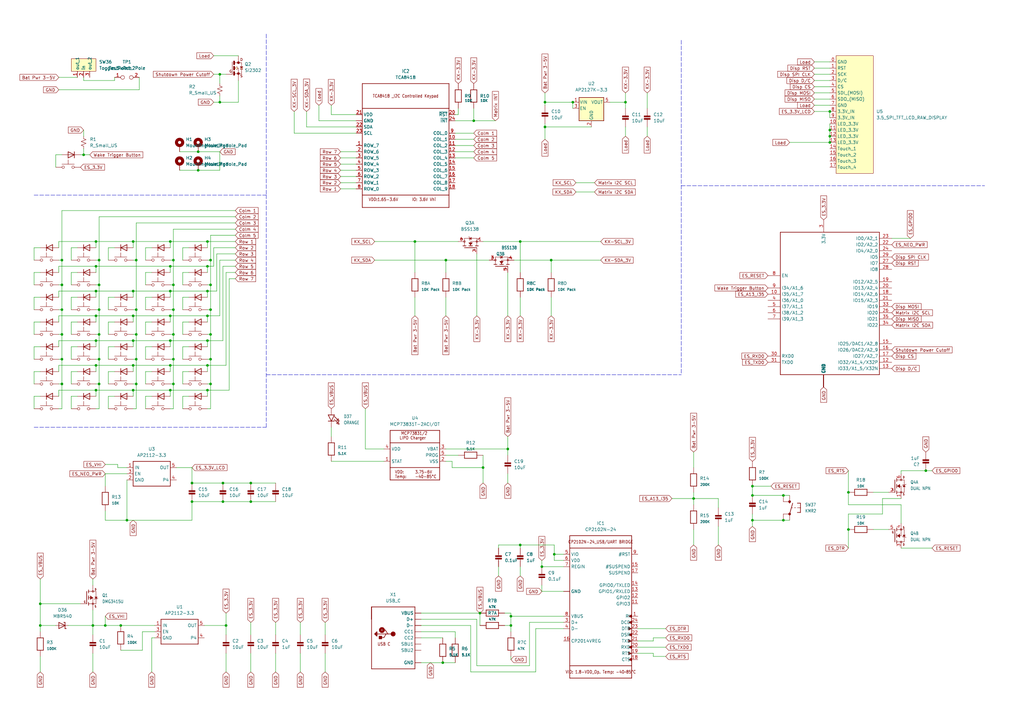
<source format=kicad_sch>
(kicad_sch (version 20211123) (generator eeschema)
  (paper "A3")
  (lib_symbols
    (symbol "Adafruit ESP32 Feather V2-eagle-import:CAP_CERAMIC0805-NOOUTLINE"
      (property "Reference" "C" (at -2.29 1.25 90))
      (property "Value" "CAP_CERAMIC0805-NOOUTLINE" (at 2.3 1.25 90))
      (symbol "CAP_CERAMIC0805-NOOUTLINE_1_0"
        (pin passive line (at 0 5.08 270) (length 2.54) (name "1") (number "1"))
        (pin passive line (at 0 -2.54 90) (length 2.54) (name "2") (number "2"))
      )
    )
    (symbol "Adafruit ESP32 Feather V2-eagle-import:CP2102N-24"
      (property "Reference" "IC" (at -12.7 29.21 0))
      (property "Value" "CP2102N-24" (at -12.7 -33.02 0))
      (symbol "CP2102N-24_1_0"
        (text "CP2102N-24_USB/UART BRIDGE" (at 0 25.4 0) (effects (font (size 1.27 1.0795))))
        (text "VIO: 1.8-VDD_Op. Temp: -40~85°C" (at 0 -27.94 0) (effects (font (size 1.27 1.0795))))
        (pin input line (at 15.24 -5.08 180) (length 2.54) (name "RI") (number "1"))
        (pin bidirectional line (at 15.24 0 180) (length 2.54) (name "GPIO3") (number "11"))
        (pin bidirectional line (at 15.24 2.54 180) (length 2.54) (name "GPIO2") (number "12"))
        (pin bidirectional line (at 15.24 5.08 180) (length 2.54) (name "GPIO1/RXLED") (number "13"))
        (pin bidirectional line (at 15.24 7.62 180) (length 2.54) (name "GPIO0/TXLED") (number "14"))
        (pin output line (at 15.24 15.24 180) (length 2.54) (name "#SUSPEND") (number "15"))
        (pin passive line (at -15.24 -15.24 0) (length 2.54) (name "CP2014VREG") (number "16"))
        (pin output line (at 15.24 12.7 180) (length 2.54) (name "SUSPEND") (number "17"))
        (pin input line (at 15.24 -22.86 180) (length 2.54) (name "CTS") (number "18"))
        (pin output line (at 15.24 -20.32 180) (length 2.54) (name "RTS") (number "19"))
        (pin power_in line (at -15.24 5.08 0) (length 2.54) (name "GND") (number "2"))
        (pin input line (at 15.24 -17.78 180) (length 2.54) (name "RXD") (number "20"))
        (pin output line (at 15.24 -15.24 180) (length 2.54) (name "TXD") (number "21"))
        (pin input line (at 15.24 -12.7 180) (length 2.54) (name "DSR") (number "22"))
        (pin output line (at 15.24 -10.16 180) (length 2.54) (name "DTR") (number "23"))
        (pin input line (at 15.24 -7.62 180) (length 2.54) (name "DCD") (number "24"))
        (pin bidirectional line (at -15.24 -7.62 0) (length 2.54) (name "D+") (number "3"))
        (pin bidirectional line (at -15.24 -10.16 0) (length 2.54) (name "D-") (number "4"))
        (pin power_in line (at -15.24 20.32 0) (length 2.54) (name "VIO") (number "5"))
        (pin power_in line (at -15.24 17.78 0) (length 2.54) (name "VDD") (number "6"))
        (pin power_in line (at -15.24 15.24 0) (length 2.54) (name "REGIN") (number "7"))
        (pin power_in line (at -15.24 -5.08 0) (length 2.54) (name "VBUS") (number "8"))
        (pin bidirectional line (at 15.24 20.32 180) (length 2.54) (name "#RST") (number "9"))
        (pin power_in line (at -15.24 5.08 0) (length 2.54) (name "GND") (number "THERM"))
      )
    )
    (symbol "Adafruit ESP32 Feather V2-eagle-import:DIODE-SCHOTTKYSOD-123"
      (property "Reference" "D" (at 0 2.54 0))
      (property "Value" "DIODE-SCHOTTKYSOD-123" (at 0 -2.5 0))
      (symbol "DIODE-SCHOTTKYSOD-123_1_0"
        (pin passive line (at -2.54 0 0) (length 2.54) (name "A") (number "A"))
        (pin passive line (at 2.54 0 180) (length 2.54) (name "C") (number "C"))
      )
    )
    (symbol "Adafruit ESP32 Feather V2-eagle-import:ESP32-PICO-MINI-02MINI"
      (symbol "ESP32-PICO-MINI-02MINI_1_0"
        (pin passive line (at 0 -27.94 90) (length 5.08) (name "GND") (number "1"))
        (pin input line (at -22.86 10.16 0) (length 5.08) (name "I35/A1_7") (number "10"))
        (pin passive line (at 0 -27.94 90) (length 5.08) (name "GND") (number "11"))
        (pin bidirectional line (at 27.94 -17.78 180) (length 5.08) (name "IO32/A1_4/X32P") (number "12"))
        (pin bidirectional line (at 27.94 -20.32 180) (length 5.08) (name "IO33/A1_5/X32N") (number "13"))
        (pin passive line (at 0 -27.94 90) (length 5.08) (name "GND") (number "14"))
        (pin bidirectional line (at 27.94 -10.16 180) (length 5.08) (name "IO25/DAC1/A2_8") (number "15"))
        (pin bidirectional line (at 27.94 -12.7 180) (length 5.08) (name "IO26/DAC2/A2_9") (number "16"))
        (pin bidirectional line (at 27.94 -15.24 180) (length 5.08) (name "IO27/A2_7") (number "17"))
        (pin bidirectional line (at 27.94 10.16 180) (length 5.08) (name "IO14/A2_6") (number "18"))
        (pin bidirectional line (at 27.94 15.24 180) (length 5.08) (name "IO12/A2_5") (number "19"))
        (pin passive line (at 0 -27.94 90) (length 5.08) (name "GND") (number "2"))
        (pin bidirectional line (at 27.94 12.7 180) (length 5.08) (name "IO13/A2_4") (number "20"))
        (pin bidirectional line (at 27.94 7.62 180) (length 5.08) (name "IO15/A2_3") (number "21"))
        (pin bidirectional line (at 27.94 30.48 180) (length 5.08) (name "IO2/A2_2") (number "22"))
        (pin bidirectional line (at 27.94 33.02 180) (length 5.08) (name "IO0/A2_1") (number "23"))
        (pin bidirectional line (at 27.94 27.94 180) (length 5.08) (name "IO4/A2_0") (number "24"))
        (pin bidirectional line (at 27.94 2.54 180) (length 5.08) (name "IO20") (number "26"))
        (pin bidirectional line (at 27.94 22.86 180) (length 5.08) (name "IO7") (number "27"))
        (pin bidirectional line (at 27.94 20.32 180) (length 5.08) (name "IO8") (number "28"))
        (pin bidirectional line (at 27.94 25.4 180) (length 5.08) (name "IO5") (number "29"))
        (pin passive line (at 0 40.64 270) (length 5.08) (name "3.3V") (number "3"))
        (pin input line (at -22.86 -15.24 0) (length 5.08) (name "RXD0") (number "30"))
        (pin output line (at -22.86 -17.78 0) (length 5.08) (name "TXD0") (number "31"))
        (pin bidirectional line (at 27.94 5.08 180) (length 5.08) (name "IO19") (number "33"))
        (pin bidirectional line (at 27.94 -2.54 180) (length 5.08) (name "IO22") (number "34"))
        (pin bidirectional line (at 27.94 0 180) (length 5.08) (name "IO21") (number "35"))
        (pin passive line (at 0 -27.94 90) (length 5.08) (name "GND") (number "36"))
        (pin passive line (at 0 -27.94 90) (length 5.08) (name "GND") (number "37"))
        (pin passive line (at 0 -27.94 90) (length 5.08) (name "GND") (number "38"))
        (pin passive line (at 0 -27.94 90) (length 5.08) (name "GND") (number "39"))
        (pin input line (at -22.86 7.62 0) (length 5.08) (name "I36/A1_0") (number "4"))
        (pin passive line (at 0 -27.94 90) (length 5.08) (name "GND") (number "40"))
        (pin passive line (at 0 -27.94 90) (length 5.08) (name "GND") (number "41"))
        (pin passive line (at 0 -27.94 90) (length 5.08) (name "GND") (number "42"))
        (pin passive line (at 0 -27.94 90) (length 5.08) (name "GND") (number "43"))
        (pin passive line (at 0 -27.94 90) (length 5.08) (name "GND") (number "44"))
        (pin passive line (at 0 -27.94 90) (length 5.08) (name "GND") (number "45"))
        (pin passive line (at 0 -27.94 90) (length 5.08) (name "GND") (number "46"))
        (pin passive line (at 0 -27.94 90) (length 5.08) (name "GND") (number "47"))
        (pin passive line (at 0 -27.94 90) (length 5.08) (name "GND") (number "48"))
        (pin passive line (at 0 -27.94 90) (length 5.08) (name "GND") (number "49"))
        (pin input line (at -22.86 5.08 0) (length 5.08) (name "I37/A1_1") (number "5"))
        (pin passive line (at 0 -27.94 90) (length 5.08) (name "GND") (number "50"))
        (pin passive line (at 0 -27.94 90) (length 5.08) (name "GND") (number "51"))
        (pin passive line (at 0 -27.94 90) (length 5.08) (name "GND") (number "52"))
        (pin passive line (at 0 -27.94 90) (length 5.08) (name "GND") (number "53"))
        (pin passive line (at 0 -27.94 90) (length 5.08) (name "GND") (number "54"))
        (pin passive line (at 0 -27.94 90) (length 5.08) (name "GND") (number "55"))
        (pin passive line (at 0 -27.94 90) (length 5.08) (name "GND") (number "56"))
        (pin passive line (at 0 -27.94 90) (length 5.08) (name "GND") (number "57"))
        (pin passive line (at 0 -27.94 90) (length 5.08) (name "GND") (number "58"))
        (pin passive line (at 0 -27.94 90) (length 5.08) (name "GND") (number "59"))
        (pin input line (at -22.86 2.54 0) (length 5.08) (name "I38/A1_2") (number "6"))
        (pin passive line (at 0 -27.94 90) (length 5.08) (name "GND") (number "60"))
        (pin passive line (at 0 -27.94 90) (length 5.08) (name "GND") (number "61"))
        (pin input line (at -22.86 0 0) (length 5.08) (name "I39/A1_3") (number "7"))
        (pin input line (at -22.86 17.78 0) (length 5.08) (name "EN") (number "8"))
        (pin input line (at -22.86 12.7 0) (length 5.08) (name "I34/A1_6") (number "9"))
      )
    )
    (symbol "Adafruit ESP32 Feather V2-eagle-import:LED0603_NOOUTLINE"
      (property "Reference" "D" (at -1.27 4.445 0))
      (property "Value" "LED0603_NOOUTLINE" (at -1.27 -2.794 0))
      (symbol "LED0603_NOOUTLINE_1_0"
        (pin passive line (at -5.08 0 0) (length 2.54) (name "A") (number "A"))
        (pin passive line (at 2.54 0 180) (length 2.54) (name "C") (number "C"))
      )
    )
    (symbol "Adafruit ESP32 Feather V2-eagle-import:MCP73831{slash}2"
      (property "Reference" "U" (at -10.16 11.43 0))
      (property "Value" "MCP73831{slash}2" (at -10.16 -12.7 0))
      (symbol "MCP73831{slash}2_1_0"
        (text "-40-85°C" (at 0 -9.525 0) (effects (font (size 1.27 1.0795)) (justify left bottom)))
        (text "3.75-6V" (at 0 -7.62 0) (effects (font (size 1.27 1.0795)) (justify left bottom)))
        (text "LIPO Charger" (at -6.35 6.35 0) (effects (font (size 1.27 1.0795)) (justify left bottom)))
        (text "MCP73831/2" (at -5.715 8.255 0) (effects (font (size 1.27 1.0795)) (justify left bottom)))
        (text "Temp:" (at -8.255 -9.525 0) (effects (font (size 1.27 1.0795)) (justify left bottom)))
        (text "VDD:" (at -8.255 -7.62 0) (effects (font (size 1.27 1.0795)) (justify left bottom)))
        (pin output line (at -12.7 -2.54 0) (length 2.54) (name "STAT") (number "1"))
        (pin power_in line (at 12.7 -2.54 180) (length 2.54) (name "VSS") (number "2"))
        (pin power_in line (at 12.7 2.54 180) (length 2.54) (name "VBAT") (number "3"))
        (pin power_in line (at -12.7 2.54 0) (length 2.54) (name "VDD") (number "4"))
        (pin input line (at 12.7 0 180) (length 2.54) (name "PROG") (number "5"))
      )
    )
    (symbol "Adafruit ESP32 Feather V2-eagle-import:MOSFET-N_DUAL"
      (property "Reference" "Q" (at 5.08 0.635 0))
      (property "Value" "MOSFET-N_DUAL" (at 5.08 -1.27 0))
      (symbol "MOSFET-N_DUAL_1_0"
        (text "D" (at 3.175 3.175 0) (effects (font (size 0.8128 0.6908)) (justify left bottom)))
        (text "G" (at -1.27 -1.905 0) (effects (font (size 0.8128 0.6908)) (justify left bottom)))
        (text "S" (at 3.175 -3.81 0) (effects (font (size 0.8128 0.6908)) (justify left bottom)))
        (pin bidirectional line (at 2.54 -5.08 90) (length 2.54) (name "S") (number "1"))
        (pin bidirectional line (at -2.54 -2.54 0) (length 2.54) (name "G") (number "2"))
        (pin bidirectional line (at 2.54 5.08 270) (length 2.54) (name "D") (number "6"))
      )
      (symbol "MOSFET-N_DUAL_2_0"
        (text "D" (at 3.175 3.175 0) (effects (font (size 0.8128 0.6908)) (justify left bottom)))
        (text "G" (at -1.27 -1.905 0) (effects (font (size 0.8128 0.6908)) (justify left bottom)))
        (text "S" (at 3.175 -3.81 0) (effects (font (size 0.8128 0.6908)) (justify left bottom)))
        (pin bidirectional line (at 2.54 5.08 270) (length 2.54) (name "D") (number "3"))
        (pin bidirectional line (at 2.54 -5.08 90) (length 2.54) (name "S") (number "4"))
        (pin bidirectional line (at -2.54 -2.54 0) (length 2.54) (name "G") (number "5"))
      )
    )
    (symbol "Adafruit ESP32 Feather V2-eagle-import:MOSFET-P"
      (property "Reference" "Q" (at 2.794 0.381 0))
      (property "Value" "MOSFET-P" (at 2.794 -1.905 0))
      (symbol "MOSFET-P_1_0"
        (text "D" (at 0.635 -3.81 0) (effects (font (size 0.8128 0.6908)) (justify left bottom)))
        (text "G" (at -3.81 1.27 0) (effects (font (size 0.8128 0.6908)) (justify left bottom)))
        (text "S" (at 0.635 3.175 0) (effects (font (size 0.8128 0.6908)) (justify left bottom)))
        (pin passive line (at -5.08 2.54 0) (length 2.54) (name "G") (number "1"))
        (pin passive line (at 0 5.08 270) (length 2.54) (name "S") (number "2"))
        (pin passive line (at 0 -5.08 90) (length 2.54) (name "D") (number "3"))
      )
    )
    (symbol "Adafruit ESP32 Feather V2-eagle-import:RESISTOR_0603_NOOUT"
      (property "Reference" "R" (at 0 2.54 0))
      (property "Value" "RESISTOR_0603_NOOUT" (at 0 0 0))
      (symbol "RESISTOR_0603_NOOUT_1_0"
        (pin passive line (at -5.08 0 0) (length 2.54) (name "1") (number "1"))
        (pin passive line (at 5.08 0 180) (length 2.54) (name "2") (number "2"))
      )
    )
    (symbol "Adafruit ESP32 Feather V2-eagle-import:RESISTOR_4PACK"
      (property "Reference" "R" (at 0 2.54 0))
      (property "Value" "RESISTOR_4PACK" (at 0 0 0))
      (symbol "RESISTOR_4PACK_1_0"
        (pin passive line (at -5.08 0 0) (length 2.54) (name "1") (number "1"))
        (pin passive line (at 5.08 0 180) (length 2.54) (name "2") (number "8"))
      )
      (symbol "RESISTOR_4PACK_2_0"
        (pin passive line (at -5.08 0 0) (length 2.54) (name "1") (number "2"))
        (pin passive line (at 5.08 0 180) (length 2.54) (name "2") (number "7"))
      )
      (symbol "RESISTOR_4PACK_3_0"
        (pin passive line (at -5.08 0 0) (length 2.54) (name "1") (number "3"))
        (pin passive line (at 5.08 0 180) (length 2.54) (name "2") (number "6"))
      )
      (symbol "RESISTOR_4PACK_4_0"
        (pin passive line (at -5.08 0 0) (length 2.54) (name "1") (number "4"))
        (pin passive line (at 5.08 0 180) (length 2.54) (name "2") (number "5"))
      )
    )
    (symbol "Adafruit ESP32 Feather V2-eagle-import:SWITCH_TACT_SMT4.6X2.8"
      (property "Reference" "SW" (at -2.54 6.35 0))
      (property "Value" "SWITCH_TACT_SMT4.6X2.8" (at -2.54 -5.08 0))
      (symbol "SWITCH_TACT_SMT4.6X2.8_1_0"
        (pin passive line (at -5.08 0 0) (length 2.54) (name "P") (number "A"))
        (pin passive line (at -5.08 -2.54 0) (length 2.54) (name "P1") (number "A'"))
        (pin passive line (at 5.08 0 180) (length 2.54) (name "S") (number "B"))
        (pin passive line (at 5.08 -2.54 180) (length 2.54) (name "S1") (number "B'"))
      )
    )
    (symbol "Adafruit ESP32 Feather V2-eagle-import:USB_C"
      (property "Reference" "X" (at -10.16 13.716 0))
      (property "Value" "USB_C" (at -10.16 -15.24 0))
      (symbol "USB_C_1_0"
        (text "USB C" (at -5.08 -2.54 0) (effects (font (size 1.27 1.0795))))
        (pin power_in line (at 10.16 -10.16 180) (length 2.54) (name "GND") (number "A1B12"))
        (pin power_in line (at 10.16 10.16 180) (length 2.54) (name "VBUS") (number "A4B9"))
        (pin bidirectional line (at 10.16 2.54 180) (length 2.54) (name "CC1") (number "A5"))
        (pin bidirectional line (at 10.16 7.62 180) (length 2.54) (name "D+") (number "A6"))
        (pin bidirectional line (at 10.16 5.08 180) (length 2.54) (name "D-") (number "A7"))
        (pin bidirectional line (at 10.16 -2.54 180) (length 2.54) (name "SBU1") (number "A8"))
        (pin power_in line (at 10.16 -10.16 180) (length 2.54) (name "GND") (number "B1A12"))
        (pin power_in line (at 10.16 10.16 180) (length 2.54) (name "VBUS") (number "B4A9"))
        (pin bidirectional line (at 10.16 0 180) (length 2.54) (name "CC2") (number "B5"))
        (pin bidirectional line (at 10.16 7.62 180) (length 2.54) (name "D+") (number "B6"))
        (pin bidirectional line (at 10.16 5.08 180) (length 2.54) (name "D-") (number "B7"))
        (pin bidirectional line (at 10.16 -5.08 180) (length 2.54) (name "SBU2") (number "B8"))
      )
    )
    (symbol "Adafruit ESP32 Feather V2-eagle-import:VREG_SOT23-5"
      (property "Reference" "U" (at -7.62 6.096 0))
      (property "Value" "VREG_SOT23-5" (at -7.62 -7.62 0))
      (symbol "VREG_SOT23-5_1_0"
        (pin power_in line (at -10.16 2.54 0) (length 2.54) (name "IN") (number "1"))
        (pin power_in line (at -10.16 -2.54 0) (length 2.54) (name "GND") (number "2"))
        (pin input line (at -10.16 0 0) (length 2.54) (name "EN") (number "3"))
        (pin bidirectional line (at 10.16 -2.54 180) (length 2.54) (name "P4") (number "4"))
        (pin power_in line (at 10.16 2.54 180) (length 2.54) (name "OUT") (number "5"))
      )
    )
    (symbol "Adafruit TCA8418-eagle-import:CAP_CERAMIC0805-NOTHERMALS"
      (property "Reference" "C" (at -2.29 1.25 90))
      (property "Value" "CAP_CERAMIC0805-NOTHERMALS" (at 2.3 1.25 90))
      (symbol "CAP_CERAMIC0805-NOTHERMALS_1_0"
        (pin passive line (at 0 5.08 270) (length 2.54) (name "1") (number "1"))
        (pin passive line (at 0 -2.54 90) (length 2.54) (name "2") (number "2"))
      )
    )
    (symbol "Adafruit TCA8418-eagle-import:MOSFET-N_DUAL"
      (property "Reference" "Q" (at 5.08 0.635 0))
      (property "Value" "MOSFET-N_DUAL" (at 5.08 -1.27 0))
      (symbol "MOSFET-N_DUAL_1_0"
        (text "D" (at 3.175 3.175 0) (effects (font (size 0.8128 0.6908)) (justify left bottom)))
        (text "G" (at -1.27 -1.905 0) (effects (font (size 0.8128 0.6908)) (justify left bottom)))
        (text "S" (at 3.175 -3.81 0) (effects (font (size 0.8128 0.6908)) (justify left bottom)))
        (pin bidirectional line (at 2.54 -5.08 90) (length 2.54) (name "S") (number "1"))
        (pin bidirectional line (at -2.54 -2.54 0) (length 2.54) (name "G") (number "2"))
        (pin bidirectional line (at 2.54 5.08 270) (length 2.54) (name "D") (number "6"))
      )
      (symbol "MOSFET-N_DUAL_2_0"
        (text "D" (at 3.175 3.175 0) (effects (font (size 0.8128 0.6908)) (justify left bottom)))
        (text "G" (at -1.27 -1.905 0) (effects (font (size 0.8128 0.6908)) (justify left bottom)))
        (text "S" (at 3.175 -3.81 0) (effects (font (size 0.8128 0.6908)) (justify left bottom)))
        (pin bidirectional line (at 2.54 5.08 270) (length 2.54) (name "D") (number "3"))
        (pin bidirectional line (at 2.54 -5.08 90) (length 2.54) (name "S") (number "4"))
        (pin bidirectional line (at -2.54 -2.54 0) (length 2.54) (name "G") (number "5"))
      )
    )
    (symbol "Adafruit TCA8418-eagle-import:RESISTOR_0603_NOOUT"
      (property "Reference" "R" (at 0 2.54 0))
      (property "Value" "RESISTOR_0603_NOOUT" (at 0 0 0))
      (symbol "RESISTOR_0603_NOOUT_1_0"
        (pin passive line (at -5.08 0 0) (length 2.54) (name "1") (number "1"))
        (pin passive line (at 5.08 0 180) (length 2.54) (name "2") (number "2"))
      )
    )
    (symbol "Adafruit TCA8418-eagle-import:RESISTOR_4PACK"
      (property "Reference" "R" (at 0 2.54 0))
      (property "Value" "RESISTOR_4PACK" (at 0 0 0))
      (symbol "RESISTOR_4PACK_1_0"
        (pin passive line (at -5.08 0 0) (length 2.54) (name "1") (number "1"))
        (pin passive line (at 5.08 0 180) (length 2.54) (name "2") (number "8"))
      )
      (symbol "RESISTOR_4PACK_2_0"
        (pin passive line (at -5.08 0 0) (length 2.54) (name "1") (number "2"))
        (pin passive line (at 5.08 0 180) (length 2.54) (name "2") (number "7"))
      )
      (symbol "RESISTOR_4PACK_3_0"
        (pin passive line (at -5.08 0 0) (length 2.54) (name "1") (number "3"))
        (pin passive line (at 5.08 0 180) (length 2.54) (name "2") (number "6"))
      )
      (symbol "RESISTOR_4PACK_4_0"
        (pin passive line (at -5.08 0 0) (length 2.54) (name "1") (number "4"))
        (pin passive line (at 5.08 0 180) (length 2.54) (name "2") (number "5"))
      )
    )
    (symbol "Adafruit TCA8418-eagle-import:TCA8418"
      (property "Reference" "IC?" (at 0 38.1 0))
      (property "Value" "TCA8418" (at 0 35.56 0))
      (symbol "TCA8418_1_0"
        (text "IO: 3.6V Vhi" (at 2.54 -15.24 0) (effects (font (size 1.27 1.0795)) (justify left bottom)))
        (text "TCA8418 _I2C Controlled Keypad" (at 0 27.94 0) (effects (font (size 1.27 1.0795))))
        (text "VDD:1.65-3.6V" (at -15.24 -15.24 0) (effects (font (size 1.27 1.0795)) (justify left bottom)))
        (pin bidirectional line (at -20.32 7.62 0) (length 2.54) (name "ROW_7") (number "1"))
        (pin bidirectional line (at 20.32 10.16 180) (length 2.54) (name "COL_1") (number "10"))
        (pin bidirectional line (at 20.32 7.62 180) (length 2.54) (name "COL_2") (number "11"))
        (pin bidirectional line (at 20.32 5.08 180) (length 2.54) (name "COL_3") (number "12"))
        (pin bidirectional line (at 20.32 2.54 180) (length 2.54) (name "COL_4") (number "13"))
        (pin bidirectional line (at 20.32 0 180) (length 2.54) (name "COL_5") (number "14"))
        (pin bidirectional line (at 20.32 -2.54 180) (length 2.54) (name "COL_6") (number "15"))
        (pin bidirectional line (at 20.32 -5.08 180) (length 2.54) (name "COL_7") (number "16"))
        (pin bidirectional line (at 20.32 -7.62 180) (length 2.54) (name "COL_8") (number "17"))
        (pin bidirectional line (at 20.32 -10.16 180) (length 2.54) (name "COL_9") (number "18"))
        (pin power_in line (at -20.32 17.78 0) (length 2.54) (name "GND") (number "19"))
        (pin bidirectional line (at -20.32 5.08 0) (length 2.54) (name "ROW_6") (number "2"))
        (pin input line (at 20.32 20.32 180) (length 2.54) (name "~{RST}") (number "20"))
        (pin power_in line (at -20.32 20.32 0) (length 2.54) (name "VDD") (number "21"))
        (pin bidirectional line (at -20.32 15.24 0) (length 2.54) (name "SDA") (number "22"))
        (pin bidirectional line (at -20.32 12.7 0) (length 2.54) (name "SCL") (number "23"))
        (pin output line (at 20.32 17.78 180) (length 2.54) (name "~{INT}") (number "24"))
        (pin bidirectional line (at -20.32 2.54 0) (length 2.54) (name "ROW_5") (number "3"))
        (pin bidirectional line (at -20.32 0 0) (length 2.54) (name "ROW_4") (number "4"))
        (pin bidirectional line (at -20.32 -2.54 0) (length 2.54) (name "ROW_3") (number "5"))
        (pin bidirectional line (at -20.32 -5.08 0) (length 2.54) (name "ROW_2") (number "6"))
        (pin bidirectional line (at -20.32 -7.62 0) (length 2.54) (name "ROW_1") (number "7"))
        (pin bidirectional line (at -20.32 -10.16 0) (length 2.54) (name "ROW_0") (number "8"))
        (pin bidirectional line (at 20.32 12.7 180) (length 2.54) (name "COL_0") (number "9"))
        (pin power_in line (at -20.32 17.78 0) (length 2.54) (name "GND") (number "THERM"))
      )
    )
    (symbol "Connector:TestPoint_2Pole" (pin_names (offset 0.762) hide)
      (property "Reference" "TP" (at 0 1.524 0))
      (property "Value" "TestPoint_2Pole" (at 0 -1.778 0))
      (symbol "TestPoint_2Pole_0_1"
        (pin passive line (at -5.08 0 0) (length 2.54) (name "1") (number "1"))
        (pin passive line (at 5.08 0 180) (length 2.54) (name "2") (number "2"))
      )
    )
    (symbol "Custom:3.5_SPI_TFT_LCD_RAW_DISPLAY"
      (property "Reference" "U" (at 7.62 -1.27 0))
      (property "Value" "3.5_SPI_TFT_LCD_RAW_DISPLAY" (at 7.62 1.27 0))
      (symbol "3.5_SPI_TFT_LCD_RAW_DISPLAY_1_1"
        (pin input line (at -2.54 -2.54 0) (length 2.54) (name "GND") (number "0"))
        (pin input line (at -2.54 -5.08 0) (length 2.54) (name "RST") (number "1"))
        (pin input line (at -2.54 -27.94 0) (length 2.54) (name "LED_3.3V") (number "10"))
        (pin input line (at -2.54 -30.48 0) (length 2.54) (name "LED_3.3V") (number "11"))
        (pin input line (at -2.54 -33.02 0) (length 2.54) (name "LED_3.3V") (number "12"))
        (pin input line (at -2.54 -35.56 0) (length 2.54) (name "LED_3.3V") (number "13"))
        (pin input line (at -2.54 -38.1 0) (length 2.54) (name "Touch_1") (number "14"))
        (pin input line (at -2.54 -40.64 0) (length 2.54) (name "Touch_2") (number "15"))
        (pin input line (at -2.54 -43.18 0) (length 2.54) (name "Touch_3") (number "16"))
        (pin input line (at -2.54 -45.72 0) (length 2.54) (name "Touch_4") (number "17"))
        (pin input line (at -2.54 -7.62 0) (length 2.54) (name "SCK") (number "2"))
        (pin input line (at -2.54 -10.16 0) (length 2.54) (name "D/C") (number "3"))
        (pin input line (at -2.54 -12.7 0) (length 2.54) (name "CS") (number "4"))
        (pin input line (at -2.54 -15.24 0) (length 2.54) (name "SDI_(MOSI)") (number "5"))
        (pin input line (at -2.54 -17.78 0) (length 2.54) (name "SDO_(MISO)") (number "6"))
        (pin input line (at -2.54 -20.32 0) (length 2.54) (name "GND") (number "7"))
        (pin input line (at -2.54 -22.86 0) (length 2.54) (name "3.3V_IN") (number "8"))
        (pin input line (at -2.54 -25.4 0) (length 2.54) (name "3.3V_IN") (number "9"))
      )
    )
    (symbol "Custom:SI2302" (pin_numbers hide) (pin_names (offset 1.016) hide)
      (property "Reference" "Q2" (at 2.54 1.6181 0))
      (property "Value" "SI2302" (at 2.54 -0.9219 0))
      (symbol "SI2302_0_0"
        (text "D" (at 0.635 2.8702 0) (effects (font (size 1.016 1.016)) (justify left bottom)))
        (text "G" (at -3.81 -1.905 0) (effects (font (size 1.016 1.016)) (justify left bottom)))
        (text "S" (at 0.635 -3.81 0) (effects (font (size 1.016 1.016)) (justify left bottom)))
        (pin passive line (at -5.08 -2.54 0) (length 2.54) (name "~") (number "1"))
        (pin passive line (at 0 -5.08 90) (length 2.54) (name "~") (number "2"))
        (pin passive line (at 0 5.08 270) (length 2.54) (name "~") (number "3"))
      )
    )
    (symbol "Custom:Toggle_Switch"
      (property "Reference" "SW" (at 10.16 5.08 0))
      (property "Value" "Toggle_Switch" (at 10.16 5.08 0))
      (symbol "Toggle_Switch_0_1"
        (pin passive line (at 2.54 -7.62 90) (length 2.54) (name "out_1") (number "1"))
        (pin passive line (at 5.08 -7.62 90) (length 2.54) (name "in") (number "2"))
        (pin passive line (at 7.62 -7.62 90) (length 2.54) (name "out_2") (number "3"))
      )
    )
    (symbol "Device:R_Small_US" (pin_numbers hide) (pin_names (offset 0.254) hide)
      (property "Reference" "R" (at 0.762 0.508 0))
      (property "Value" "R_Small_US" (at 0.762 -1.016 0))
      (symbol "R_Small_US_1_1"
        (pin passive line (at 0 2.54 270) (length 1.016) (name "~") (number "1"))
        (pin passive line (at 0 -2.54 90) (length 1.016) (name "~") (number "2"))
      )
    )
    (symbol "Diode:1N914WT" (pin_numbers hide) (pin_names (offset 1.016) hide)
      (property "Reference" "D" (at 0 2.54 0))
      (property "Value" "1N914WT" (at 0 -2.54 0))
      (symbol "1N914WT_1_1"
        (pin passive line (at -3.81 0 0) (length 2.54) (name "K") (number "1"))
        (pin passive line (at 3.81 0 180) (length 2.54) (name "A") (number "2"))
      )
    )
    (symbol "Mechanical:MountingHole_Pad" (pin_numbers hide) (pin_names (offset 1.016) hide)
      (property "Reference" "H" (at 0 6.35 0))
      (property "Value" "MountingHole_Pad" (at 0 4.445 0))
      (symbol "MountingHole_Pad_1_1"
        (pin input line (at 0 -2.54 90) (length 2.54) (name "1") (number "1"))
      )
    )
    (symbol "Regulator_Linear:AP2127K-3.3" (pin_names (offset 0.254))
      (property "Reference" "U" (at -5.08 5.715 0))
      (property "Value" "AP2127K-3.3" (at 0 5.715 0))
      (symbol "AP2127K-3.3_1_1"
        (pin power_in line (at -7.62 2.54 0) (length 2.54) (name "VIN") (number "1"))
        (pin power_in line (at 0 -7.62 90) (length 2.54) (name "GND") (number "2"))
        (pin input line (at -7.62 0 0) (length 2.54) (name "EN") (number "3"))
        (pin no_connect line (at 5.08 0 180) (length 2.54) hide (name "NC") (number "4"))
        (pin power_out line (at 7.62 2.54 180) (length 2.54) (name "VOUT") (number "5"))
      )
    )
    (symbol "SW_Push_1" (pin_numbers hide) (pin_names (offset 1.016) hide)
      (symbol "SW_Push_1_0_1"
        (pin passive line (at -5.08 0 0) (length 2.54) (name "1") (number "1"))
        (pin passive line (at 5.08 0 180) (length 2.54) (name "2") (number "2"))
      )
    )
    (symbol "Switch:SW_Push" (pin_numbers hide) (pin_names (offset 1.016) hide)
      (property "Reference" "SW" (at 1.27 2.54 0))
      (property "Value" "SW_Push" (at 0 -1.524 0))
      (symbol "SW_Push_0_1"
        (pin passive line (at -5.08 0 0) (length 2.54) (name "1") (number "1"))
        (pin passive line (at 5.08 0 180) (length 2.54) (name "2") (number "2"))
      )
    )
  )
  (junction (at 92.71 256.54))
  (junction (at 54.61 129.54))
  (junction (at 39.37 109.22))
  (junction (at 25.4 106.68))
  (junction (at 49.53 256.54))
  (junction (at 71.12 137.16))
  (junction (at 379.73 193.04))
  (junction (at 86.36 127))
  (junction (at 25.4 116.84))
  (junction (at 54.61 139.7))
  (junction (at 25.4 127))
  (junction (at 69.85 139.7))
  (junction (at 256.54 41.91))
  (junction (at 85.09 160.02))
  (junction (at 40.64 157.48))
  (junction (at 34.29 63.5))
  (junction (at 40.64 137.16))
  (junction (at 81.28 62.23))
  (junction (at 78.74 198.12))
  (junction (at 39.37 119.38))
  (junction (at 40.64 106.68))
  (junction (at 40.64 147.32))
  (junction (at 340.36 55.88))
  (junction (at 39.37 129.54))
  (junction (at 196.85 251.46))
  (junction (at 209.55 256.54))
  (junction (at 69.85 99.06))
  (junction (at 43.18 256.54))
  (junction (at 347.98 217.17))
  (junction (at 340.36 45.72))
  (junction (at 85.09 109.22))
  (junction (at 340.36 53.34))
  (junction (at 39.37 99.06))
  (junction (at 16.51 247.65))
  (junction (at 69.85 149.86))
  (junction (at 91.44 198.12))
  (junction (at 78.74 205.74))
  (junction (at 170.18 99.06))
  (junction (at 25.4 157.48))
  (junction (at 102.87 198.12))
  (junction (at 90.17 41.91))
  (junction (at 223.52 52.07))
  (junction (at 69.85 109.22))
  (junction (at 86.36 147.32))
  (junction (at 91.44 205.74))
  (junction (at 227.33 227.33))
  (junction (at 85.09 139.7))
  (junction (at 198.12 191.77))
  (junction (at 85.09 149.86))
  (junction (at 209.55 252.73))
  (junction (at 213.36 223.52))
  (junction (at 55.88 127))
  (junction (at 25.4 137.16))
  (junction (at 284.48 204.47))
  (junction (at 71.12 157.48))
  (junction (at 194.31 49.53))
  (junction (at 340.36 58.42))
  (junction (at 347.98 201.93))
  (junction (at 54.61 119.38))
  (junction (at 69.85 119.38))
  (junction (at 55.88 147.32))
  (junction (at 54.61 149.86))
  (junction (at 69.85 129.54))
  (junction (at 16.51 256.54))
  (junction (at 308.61 213.36))
  (junction (at 102.87 205.74))
  (junction (at 55.88 106.68))
  (junction (at 213.36 99.06))
  (junction (at 71.12 106.68))
  (junction (at 54.61 160.02))
  (junction (at 234.95 41.91))
  (junction (at 86.36 137.16))
  (junction (at 181.61 271.78))
  (junction (at 222.25 232.41))
  (junction (at 71.12 116.84))
  (junction (at 308.61 199.39))
  (junction (at 86.36 116.84))
  (junction (at 54.61 99.06))
  (junction (at 86.36 157.48))
  (junction (at 40.64 127))
  (junction (at 226.06 106.68))
  (junction (at 40.64 116.84))
  (junction (at 308.61 203.2))
  (junction (at 55.88 137.16))
  (junction (at 208.28 184.15))
  (junction (at 81.28 69.85))
  (junction (at 223.52 41.91))
  (junction (at 71.12 127))
  (junction (at 55.88 157.48))
  (junction (at 38.1 256.54))
  (junction (at 321.31 203.2))
  (junction (at 86.36 106.68))
  (junction (at 39.37 139.7))
  (junction (at 69.85 160.02))
  (junction (at 85.09 99.06))
  (junction (at 85.09 119.38))
  (junction (at 85.09 129.54))
  (junction (at 39.37 149.86))
  (junction (at 39.37 160.02))
  (junction (at 25.4 147.32))
  (junction (at 71.12 147.32))
  (junction (at 52.07 213.36))
  (junction (at 90.17 30.48))
  (junction (at 321.31 213.36))
  (junction (at 182.88 106.68))
  (wire (pts (xy 44.45 121.92) (xy 46.99 121.92)))
  (wire (pts (xy 86.36 167.64) (xy 85.09 167.64)))
  (wire (pts (xy 59.69 167.64) (xy 59.69 162.56)))
  (wire (pts (xy 187.96 46.99) (xy 187.96 44.45)))
  (wire (pts (xy 29.21 132.08) (xy 31.75 132.08)))
  (wire (pts (xy 267.97 261.62) (xy 267.97 262.89)))
  (wire (pts (xy 29.21 137.16) (xy 29.21 132.08)))
  (wire (pts (xy 74.93 147.32) (xy 74.93 142.24)))
  (wire (pts (xy 69.85 147.32) (xy 71.12 147.32)))
  (wire (pts (xy 265.43 52.07) (xy 265.43 55.88)))
  (wire (pts (xy 91.44 139.7) (xy 91.44 109.22)))
  (wire (pts (xy 308.61 199.39) (xy 316.23 199.39)))
  (wire (pts (xy 54.61 127) (xy 55.88 127)))
  (wire (pts (xy 284.48 201.93) (xy 284.48 204.47)))
  (wire (pts (xy 74.93 116.84) (xy 74.93 111.76)))
  (wire (pts (xy 58.42 259.08) (xy 58.42 266.7)))
  (wire (pts (xy 78.74 198.12) (xy 91.44 198.12)))
  (wire (pts (xy 39.37 129.54) (xy 54.61 129.54)))
  (wire (pts (xy 85.09 99.06) (xy 85.09 101.6)))
  (wire (pts (xy 78.74 205.74) (xy 91.44 205.74)))
  (wire (pts (xy 223.52 52.07) (xy 223.52 57.15)))
  (wire (pts (xy 48.26 191.77) (xy 48.26 190.5)))
  (wire (pts (xy 39.37 149.86) (xy 39.37 152.4)))
  (wire (pts (xy 69.85 127) (xy 71.12 127)))
  (wire (pts (xy 27.94 256.54) (xy 38.1 256.54)))
  (wire (pts (xy 86.36 157.48) (xy 86.36 167.64)))
  (wire (pts (xy 261.62 257.81) (xy 273.05 257.81)))
  (wire (pts (xy 39.37 109.22) (xy 69.85 109.22)))
  (wire (pts (xy 85.09 116.84) (xy 86.36 116.84)))
  (wire (pts (xy 267.97 267.97) (xy 261.62 267.97)))
  (wire (pts (xy 29.21 167.64) (xy 29.21 162.56)))
  (wire (pts (xy 200.66 106.68) (xy 182.88 106.68)))
  (wire (pts (xy 85.09 119.38) (xy 88.9 119.38)))
  (wire (pts (xy 46.99 33.02) (xy 46.99 31.75)))
  (wire (pts (xy 74.93 127) (xy 74.93 121.92)))
  (wire (pts (xy 146.05 52.07) (xy 125.73 52.07)))
  (wire (pts (xy 24.13 101.6) (xy 24.13 99.06)))
  (wire (pts (xy 59.69 142.24) (xy 62.23 142.24)))
  (wire (pts (xy 74.93 142.24) (xy 77.47 142.24)))
  (wire (pts (xy 208.28 186.69) (xy 208.28 184.15)))
  (wire (pts (xy 59.69 137.16) (xy 59.69 132.08)))
  (wire (pts (xy 172.72 256.54) (xy 193.04 256.54)))
  (wire (pts (xy 39.37 147.32) (xy 40.64 147.32)))
  (polyline (pts (xy 279.4 76.2) (xy 403.86 76.2)))
  (wire (pts (xy 85.09 109.22) (xy 85.09 111.76)))
  (wire (pts (xy 347.98 217.17) (xy 347.98 224.79)))
  (wire (pts (xy 39.37 137.16) (xy 40.64 137.16)))
  (wire (pts (xy 25.4 157.48) (xy 25.4 167.64)))
  (wire (pts (xy 34.29 53.34) (xy 34.29 55.88)))
  (wire (pts (xy 73.66 62.23) (xy 81.28 62.23)))
  (wire (pts (xy 85.09 99.06) (xy 96.52 99.06)))
  (wire (pts (xy 358.14 201.93) (xy 364.49 201.93)))
  (wire (pts (xy 74.93 111.76) (xy 77.47 111.76)))
  (wire (pts (xy 334.01 43.18) (xy 340.36 43.18)))
  (wire (pts (xy 256.54 41.91) (xy 256.54 44.45)))
  (wire (pts (xy 170.18 129.54) (xy 170.18 121.92)))
  (wire (pts (xy 217.17 273.05) (xy 217.17 255.27)))
  (wire (pts (xy 135.89 175.26) (xy 135.89 179.07)))
  (wire (pts (xy 13.97 111.76) (xy 16.51 111.76)))
  (wire (pts (xy 22.86 68.58) (xy 22.86 63.5)))
  (wire (pts (xy 44.45 137.16) (xy 44.45 132.08)))
  (wire (pts (xy 69.85 129.54) (xy 69.85 132.08)))
  (wire (pts (xy 209.55 256.54) (xy 209.55 259.08)))
  (wire (pts (xy 59.69 101.6) (xy 62.23 101.6)))
  (wire (pts (xy 40.64 137.16) (xy 40.64 147.32)))
  (wire (pts (xy 39.37 160.02) (xy 39.37 162.56)))
  (polyline (pts (xy 824.23 12.7) (xy 824.23 175.26)))
  (wire (pts (xy 24.13 137.16) (xy 25.4 137.16)))
  (wire (pts (xy 223.52 52.07) (xy 223.52 50.8)))
  (wire (pts (xy 340.36 45.72) (xy 340.36 48.26)))
  (wire (pts (xy 24.13 160.02) (xy 39.37 160.02)))
  (wire (pts (xy 91.44 109.22) (xy 96.52 109.22)))
  (wire (pts (xy 85.09 129.54) (xy 85.09 132.08)))
  (wire (pts (xy 207.01 251.46) (xy 209.55 251.46)))
  (wire (pts (xy 284.48 185.42) (xy 284.48 191.77)))
  (polyline (pts (xy 13.97 175.26) (xy 109.22 175.26)))
  (wire (pts (xy 90.17 41.91) (xy 87.63 41.91)))
  (wire (pts (xy 236.22 78.74) (xy 243.84 78.74)))
  (wire (pts (xy 25.4 147.32) (xy 25.4 157.48)))
  (wire (pts (xy 86.36 147.32) (xy 86.36 157.48)))
  (wire (pts (xy 185.42 191.77) (xy 198.12 191.77)))
  (wire (pts (xy 198.12 191.77) (xy 198.12 198.12)))
  (wire (pts (xy 242.57 52.07) (xy 223.52 52.07)))
  (wire (pts (xy 69.85 129.54) (xy 85.09 129.54)))
  (wire (pts (xy 86.36 96.52) (xy 86.36 106.68)))
  (wire (pts (xy 62.23 275.59) (xy 62.23 261.62)))
  (wire (pts (xy 59.69 106.68) (xy 59.69 101.6)))
  (wire (pts (xy 204.47 232.41) (xy 204.47 236.22)))
  (wire (pts (xy 13.97 137.16) (xy 13.97 132.08)))
  (wire (pts (xy 284.48 204.47) (xy 284.48 207.01)))
  (wire (pts (xy 39.37 99.06) (xy 54.61 99.06)))
  (wire (pts (xy 39.37 149.86) (xy 54.61 149.86)))
  (wire (pts (xy 217.17 255.27) (xy 231.14 255.27)))
  (wire (pts (xy 196.85 251.46) (xy 196.85 256.54)))
  (wire (pts (xy 54.61 99.06) (xy 54.61 101.6)))
  (wire (pts (xy 54.61 99.06) (xy 69.85 99.06)))
  (wire (pts (xy 69.85 160.02) (xy 85.09 160.02)))
  (wire (pts (xy 63.5 259.08) (xy 58.42 259.08)))
  (wire (pts (xy 170.18 99.06) (xy 170.18 111.76)))
  (wire (pts (xy 54.61 149.86) (xy 54.61 152.4)))
  (wire (pts (xy 135.89 189.23) (xy 157.48 189.23)))
  (wire (pts (xy 182.88 186.69) (xy 187.96 186.69)))
  (wire (pts (xy 55.88 106.68) (xy 55.88 127)))
  (wire (pts (xy 208.28 129.54) (xy 208.28 111.76)))
  (wire (pts (xy 25.4 106.68) (xy 25.4 116.84)))
  (wire (pts (xy 54.61 139.7) (xy 54.61 142.24)))
  (wire (pts (xy 347.98 207.01) (xy 347.98 201.93)))
  (wire (pts (xy 213.36 99.06) (xy 213.36 111.76)))
  (wire (pts (xy 186.69 261.62) (xy 186.69 259.08)))
  (wire (pts (xy 186.69 49.53) (xy 194.31 49.53)))
  (wire (pts (xy 24.13 139.7) (xy 39.37 139.7)))
  (wire (pts (xy 40.64 147.32) (xy 40.64 157.48)))
  (wire (pts (xy 25.4 116.84) (xy 25.4 127)))
  (wire (pts (xy 13.97 162.56) (xy 16.51 162.56)))
  (wire (pts (xy 49.53 256.54) (xy 63.5 256.54)))
  (wire (pts (xy 74.93 162.56) (xy 77.47 162.56)))
  (wire (pts (xy 85.09 129.54) (xy 90.17 129.54)))
  (wire (pts (xy 78.74 213.36) (xy 52.07 213.36)))
  (wire (pts (xy 209.55 269.24) (xy 209.55 270.51)))
  (wire (pts (xy 90.17 129.54) (xy 90.17 106.68)))
  (wire (pts (xy 93.98 114.3) (xy 96.52 114.3)))
  (wire (pts (xy 361.95 204.47) (xy 361.95 210.82)))
  (wire (pts (xy 172.72 254) (xy 195.58 254)))
  (wire (pts (xy 87.63 22.86) (xy 97.79 22.86)))
  (wire (pts (xy 13.97 101.6) (xy 16.51 101.6)))
  (wire (pts (xy 231.14 229.87) (xy 227.33 229.87)))
  (wire (pts (xy 135.89 46.99) (xy 135.89 43.18)))
  (wire (pts (xy 209.55 252.73) (xy 209.55 256.54)))
  (wire (pts (xy 55.88 91.44) (xy 96.52 91.44)))
  (wire (pts (xy 213.36 223.52) (xy 213.36 224.79)))
  (wire (pts (xy 182.88 189.23) (xy 185.42 189.23)))
  (wire (pts (xy 71.12 106.68) (xy 71.12 116.84)))
  (wire (pts (xy 71.12 147.32) (xy 71.12 157.48)))
  (wire (pts (xy 43.18 194.31) (xy 43.18 199.39)))
  (wire (pts (xy 207.01 256.54) (xy 209.55 256.54)))
  (wire (pts (xy 13.97 142.24) (xy 16.51 142.24)))
  (wire (pts (xy 83.82 256.54) (xy 92.71 256.54)))
  (wire (pts (xy 146.05 54.61) (xy 120.65 54.61)))
  (wire (pts (xy 13.97 121.92) (xy 16.51 121.92)))
  (wire (pts (xy 29.21 127) (xy 29.21 121.92)))
  (wire (pts (xy 186.69 59.69) (xy 194.31 59.69)))
  (wire (pts (xy 369.57 204.47) (xy 361.95 204.47)))
  (wire (pts (xy 113.03 255.27) (xy 113.03 260.35)))
  (wire (pts (xy 219.71 257.81) (xy 231.14 257.81)))
  (wire (pts (xy 261.62 265.43) (xy 273.05 265.43)))
  (wire (pts (xy 74.93 167.64) (xy 74.93 162.56)))
  (wire (pts (xy 267.97 262.89) (xy 261.62 262.89)))
  (wire (pts (xy 87.63 109.22) (xy 87.63 101.6)))
  (wire (pts (xy 69.85 116.84) (xy 71.12 116.84)))
  (wire (pts (xy 172.72 271.78) (xy 181.61 271.78)))
  (wire (pts (xy 308.61 213.36) (xy 308.61 215.9)))
  (wire (pts (xy 256.54 38.1) (xy 256.54 41.91)))
  (wire (pts (xy 308.61 203.2) (xy 321.31 203.2)))
  (wire (pts (xy 59.69 157.48) (xy 59.69 152.4)))
  (wire (pts (xy 24.13 147.32) (xy 25.4 147.32)))
  (wire (pts (xy 361.95 210.82) (xy 347.98 210.82)))
  (wire (pts (xy 29.21 101.6) (xy 31.75 101.6)))
  (wire (pts (xy 149.86 184.15) (xy 157.48 184.15)))
  (wire (pts (xy 43.18 209.55) (xy 43.18 213.36)))
  (wire (pts (xy 24.13 106.68) (xy 25.4 106.68)))
  (wire (pts (xy 69.85 160.02) (xy 69.85 162.56)))
  (wire (pts (xy 85.09 127) (xy 86.36 127)))
  (wire (pts (xy 223.52 41.91) (xy 234.95 41.91)))
  (wire (pts (xy 16.51 237.49) (xy 16.51 247.65)))
  (wire (pts (xy 267.97 269.24) (xy 267.97 267.97)))
  (wire (pts (xy 34.29 63.5) (xy 33.02 63.5)))
  (wire (pts (xy 182.88 106.68) (xy 182.88 111.76)))
  (wire (pts (xy 52.07 194.31) (xy 43.18 194.31)))
  (wire (pts (xy 85.09 160.02) (xy 93.98 160.02)))
  (wire (pts (xy 87.63 101.6) (xy 96.52 101.6)))
  (wire (pts (xy 195.58 254) (xy 195.58 273.05)))
  (wire (pts (xy 172.72 261.62) (xy 181.61 261.62)))
  (wire (pts (xy 102.87 267.97) (xy 102.87 275.59)))
  (wire (pts (xy 92.71 251.46) (xy 92.71 256.54)))
  (wire (pts (xy 16.51 259.08) (xy 16.51 256.54)))
  (wire (pts (xy 284.48 217.17) (xy 284.48 223.52)))
  (wire (pts (xy 55.88 157.48) (xy 55.88 167.64)))
  (wire (pts (xy 69.85 99.06) (xy 85.09 99.06)))
  (wire (pts (xy 39.37 129.54) (xy 39.37 132.08)))
  (wire (pts (xy 209.55 251.46) (xy 209.55 252.73)))
  (wire (pts (xy 153.67 99.06) (xy 170.18 99.06)))
  (wire (pts (xy 153.67 106.68) (xy 182.88 106.68)))
  (wire (pts (xy 25.4 86.36) (xy 25.4 106.68)))
  (wire (pts (xy 40.64 116.84) (xy 40.64 127)))
  (wire (pts (xy 34.29 33.02) (xy 46.99 33.02)))
  (wire (pts (xy 369.57 224.79) (xy 382.27 224.79)))
  (wire (pts (xy 44.45 147.32) (xy 44.45 142.24)))
  (wire (pts (xy 13.97 152.4) (xy 16.51 152.4)))
  (wire (pts (xy 198.12 99.06) (xy 213.36 99.06)))
  (wire (pts (xy 39.37 160.02) (xy 54.61 160.02)))
  (wire (pts (xy 181.61 271.78) (xy 186.69 271.78)))
  (wire (pts (xy 54.61 160.02) (xy 69.85 160.02)))
  (wire (pts (xy 90.17 106.68) (xy 96.52 106.68)))
  (wire (pts (xy 92.71 267.97) (xy 92.71 275.59)))
  (wire (pts (xy 69.85 106.68) (xy 71.12 106.68)))
  (wire (pts (xy 39.37 119.38) (xy 39.37 121.92)))
  (wire (pts (xy 227.33 223.52) (xy 213.36 223.52)))
  (wire (pts (xy 86.36 137.16) (xy 86.36 147.32)))
  (wire (pts (xy 24.13 116.84) (xy 25.4 116.84)))
  (wire (pts (xy 139.7 62.23) (xy 146.05 62.23)))
  (wire (pts (xy 44.45 132.08) (xy 46.99 132.08)))
  (wire (pts (xy 273.05 269.24) (xy 267.97 269.24)))
  (wire (pts (xy 44.45 157.48) (xy 44.45 152.4)))
  (wire (pts (xy 334.01 40.64) (xy 340.36 40.64)))
  (wire (pts (xy 69.85 139.7) (xy 85.09 139.7)))
  (wire (pts (xy 52.07 191.77) (xy 48.26 191.77)))
  (wire (pts (xy 74.93 121.92) (xy 77.47 121.92)))
  (wire (pts (xy 85.09 137.16) (xy 86.36 137.16)))
  (wire (pts (xy 334.01 25.4) (xy 340.36 25.4)))
  (wire (pts (xy 57.15 36.83) (xy 57.15 31.75)))
  (wire (pts (xy 195.58 129.54) (xy 195.58 104.14)))
  (wire (pts (xy 54.61 147.32) (xy 55.88 147.32)))
  (wire (pts (xy 379.73 193.04) (xy 382.27 193.04)))
  (wire (pts (xy 149.86 167.64) (xy 149.86 184.15)))
  (wire (pts (xy 369.57 214.63) (xy 369.57 207.01)))
  (wire (pts (xy 25.4 137.16) (xy 25.4 147.32)))
  (wire (pts (xy 39.37 109.22) (xy 39.37 111.76)))
  (wire (pts (xy 24.13 109.22) (xy 39.37 109.22)))
  (wire (pts (xy 69.85 139.7) (xy 69.85 142.24)))
  (wire (pts (xy 347.98 210.82) (xy 347.98 217.17)))
  (wire (pts (xy 40.64 88.9) (xy 96.52 88.9)))
  (wire (pts (xy 25.4 127) (xy 25.4 137.16)))
  (wire (pts (xy 186.69 57.15) (xy 194.31 57.15)))
  (wire (pts (xy 44.45 152.4) (xy 46.99 152.4)))
  (wire (pts (xy 182.88 129.54) (xy 182.88 121.92)))
  (wire (pts (xy 139.7 64.77) (xy 146.05 64.77)))
  (wire (pts (xy 195.58 273.05) (xy 217.17 273.05)))
  (wire (pts (xy 74.93 101.6) (xy 77.47 101.6)))
  (wire (pts (xy 13.97 132.08) (xy 16.51 132.08)))
  (wire (pts (xy 87.63 30.48) (xy 90.17 30.48)))
  (wire (pts (xy 39.37 139.7) (xy 54.61 139.7)))
  (wire (pts (xy 54.61 119.38) (xy 69.85 119.38)))
  (wire (pts (xy 223.52 41.91) (xy 223.52 43.18)))
  (wire (pts (xy 213.36 223.52) (xy 204.47 223.52)))
  (wire (pts (xy 102.87 198.12) (xy 113.03 198.12)))
  (wire (pts (xy 85.09 149.86) (xy 85.09 152.4)))
  (wire (pts (xy 16.51 269.24) (xy 16.51 275.59)))
  (wire (pts (xy 78.74 191.77) (xy 78.74 198.12)))
  (wire (pts (xy 29.21 142.24) (xy 31.75 142.24)))
  (wire (pts (xy 90.17 30.48) (xy 90.17 34.29)))
  (wire (pts (xy 69.85 137.16) (xy 71.12 137.16)))
  (polyline (pts (xy 13.97 80.01) (xy 109.22 80.01)))
  (wire (pts (xy 198.12 186.69) (xy 198.12 191.77)))
  (wire (pts (xy 44.45 167.64) (xy 44.45 162.56)))
  (wire (pts (xy 13.97 127) (xy 13.97 121.92)))
  (wire (pts (xy 29.21 106.68) (xy 29.21 101.6)))
  (wire (pts (xy 71.12 137.16) (xy 71.12 147.32)))
  (wire (pts (xy 40.64 127) (xy 40.64 137.16)))
  (wire (pts (xy 25.4 86.36) (xy 96.52 86.36)))
  (wire (pts (xy 102.87 205.74) (xy 113.03 205.74)))
  (wire (pts (xy 123.19 267.97) (xy 123.19 275.59)))
  (wire (pts (xy 226.06 106.68) (xy 226.06 111.76)))
  (wire (pts (xy 13.97 167.64) (xy 13.97 162.56)))
  (wire (pts (xy 323.85 58.42) (xy 340.36 58.42)))
  (wire (pts (xy 88.9 119.38) (xy 88.9 104.14)))
  (wire (pts (xy 44.45 162.56) (xy 46.99 162.56)))
  (wire (pts (xy 40.64 106.68) (xy 40.64 116.84)))
  (wire (pts (xy 72.39 191.77) (xy 78.74 191.77)))
  (wire (pts (xy 55.88 137.16) (xy 55.88 147.32)))
  (wire (pts (xy 73.66 69.85) (xy 81.28 69.85)))
  (wire (pts (xy 38.1 237.49) (xy 38.1 240.03)))
  (wire (pts (xy 92.71 111.76) (xy 96.52 111.76)))
  (wire (pts (xy 38.1 256.54) (xy 43.18 256.54)))
  (wire (pts (xy 13.97 106.68) (xy 13.97 101.6)))
  (wire (pts (xy 321.31 213.36) (xy 323.85 213.36)))
  (wire (pts (xy 24.13 142.24) (xy 24.13 139.7)))
  (wire (pts (xy 265.43 38.1) (xy 265.43 44.45)))
  (wire (pts (xy 358.14 217.17) (xy 364.49 217.17)))
  (wire (pts (xy 193.04 256.54) (xy 193.04 275.59)))
  (wire (pts (xy 55.88 91.44) (xy 55.88 106.68)))
  (wire (pts (xy 54.61 106.68) (xy 55.88 106.68)))
  (wire (pts (xy 74.93 106.68) (xy 74.93 101.6)))
  (wire (pts (xy 25.4 167.64) (xy 24.13 167.64)))
  (wire (pts (xy 38.1 260.35) (xy 38.1 256.54)))
  (wire (pts (xy 13.97 147.32) (xy 13.97 142.24)))
  (wire (pts (xy 222.25 242.57) (xy 231.14 242.57)))
  (wire (pts (xy 59.69 147.32) (xy 59.69 142.24)))
  (wire (pts (xy 39.37 127) (xy 40.64 127)))
  (wire (pts (xy 29.21 162.56) (xy 31.75 162.56)))
  (wire (pts (xy 222.25 229.87) (xy 222.25 232.41)))
  (wire (pts (xy 24.13 152.4) (xy 24.13 149.86)))
  (wire (pts (xy 139.7 69.85) (xy 146.05 69.85)))
  (wire (pts (xy 39.37 157.48) (xy 40.64 157.48)))
  (wire (pts (xy 24.13 111.76) (xy 24.13 109.22)))
  (wire (pts (xy 62.23 261.62) (xy 63.5 261.62)))
  (wire (pts (xy 125.73 52.07) (xy 125.73 45.72)))
  (wire (pts (xy 85.09 109.22) (xy 87.63 109.22)))
  (wire (pts (xy 210.82 106.68) (xy 226.06 106.68)))
  (wire (pts (xy 226.06 106.68) (xy 246.38 106.68)))
  (wire (pts (xy 294.64 208.28) (xy 294.64 204.47)))
  (wire (pts (xy 13.97 116.84) (xy 13.97 111.76)))
  (wire (pts (xy 69.85 109.22) (xy 69.85 111.76)))
  (wire (pts (xy 59.69 116.84) (xy 59.69 111.76)))
  (wire (pts (xy 22.86 63.5) (xy 25.4 63.5)))
  (wire (pts (xy 69.85 99.06) (xy 69.85 101.6)))
  (wire (pts (xy 146.05 46.99) (xy 135.89 46.99)))
  (wire (pts (xy 43.18 256.54) (xy 49.53 256.54)))
  (wire (pts (xy 97.79 33.02) (xy 97.79 41.91)))
  (wire (pts (xy 38.1 250.19) (xy 38.1 256.54)))
  (wire (pts (xy 365.76 97.79) (xy 373.38 97.79)))
  (wire (pts (xy 71.12 116.84) (xy 71.12 127)))
  (polyline (pts (xy 109.22 153.67) (xy 279.4 153.67)))
  (wire (pts (xy 29.21 116.84) (xy 29.21 111.76)))
  (wire (pts (xy 90.17 30.48) (xy 92.71 30.48)))
  (wire (pts (xy 69.85 119.38) (xy 69.85 121.92)))
  (wire (pts (xy 369.57 193.04) (xy 379.73 193.04)))
  (wire (pts (xy 85.09 139.7) (xy 85.09 142.24)))
  (wire (pts (xy 40.64 88.9) (xy 40.64 106.68)))
  (wire (pts (xy 24.13 121.92) (xy 24.13 119.38)))
  (wire (pts (xy 97.79 41.91) (xy 90.17 41.91)))
  (wire (pts (xy 52.07 213.36) (xy 52.07 196.85)))
  (wire (pts (xy 69.85 149.86) (xy 85.09 149.86)))
  (wire (pts (xy 369.57 194.31) (xy 369.57 193.04)))
  (wire (pts (xy 256.54 52.07) (xy 256.54 55.88)))
  (wire (pts (xy 39.37 119.38) (xy 54.61 119.38)))
  (wire (pts (xy 334.01 45.72) (xy 340.36 45.72)))
  (wire (pts (xy 59.69 132.08) (xy 62.23 132.08)))
  (wire (pts (xy 88.9 104.14) (xy 96.52 104.14)))
  (wire (pts (xy 39.37 139.7) (xy 39.37 142.24)))
  (wire (pts (xy 39.37 116.84) (xy 40.64 116.84)))
  (wire (pts (xy 93.98 160.02) (xy 93.98 114.3)))
  (wire (pts (xy 24.13 36.83) (xy 57.15 36.83)))
  (wire (pts (xy 78.74 205.74) (xy 78.74 213.36)))
  (wire (pts (xy 208.28 179.07) (xy 208.28 184.15)))
  (wire (pts (xy 133.35 255.27) (xy 133.35 260.35)))
  (wire (pts (xy 74.93 152.4) (xy 77.47 152.4)))
  (wire (pts (xy 13.97 157.48) (xy 13.97 152.4)))
  (wire (pts (xy 321.31 203.2) (xy 323.85 203.2)))
  (wire (pts (xy 74.93 132.08) (xy 77.47 132.08)))
  (wire (pts (xy 16.51 247.65) (xy 33.02 247.65)))
  (wire (pts (xy 231.14 252.73) (xy 209.55 252.73)))
  (wire (pts (xy 24.13 132.08) (xy 24.13 129.54)))
  (wire (pts (xy 29.21 152.4) (xy 31.75 152.4)))
  (wire (pts (xy 226.06 129.54) (xy 226.06 121.92)))
  (wire (pts (xy 48.26 190.5) (xy 43.18 190.5)))
  (wire (pts (xy 39.37 106.68) (xy 40.64 106.68)))
  (wire (pts (xy 86.36 96.52) (xy 96.52 96.52)))
  (wire (pts (xy 81.28 69.85) (xy 90.17 69.85)))
  (wire (pts (xy 55.88 147.32) (xy 55.88 157.48)))
  (wire (pts (xy 193.04 275.59) (xy 219.71 275.59)))
  (wire (pts (xy 194.31 49.53) (xy 194.31 44.45)))
  (wire (pts (xy 234.95 41.91) (xy 234.95 44.45)))
  (wire (pts (xy 187.96 99.06) (xy 170.18 99.06)))
  (wire (pts (xy 59.69 162.56) (xy 62.23 162.56)))
  (wire (pts (xy 308.61 210.82) (xy 308.61 213.36)))
  (wire (pts (xy 58.42 266.7) (xy 49.53 266.7)))
  (wire (pts (xy 85.09 157.48) (xy 86.36 157.48)))
  (wire (pts (xy 71.12 127) (xy 71.12 137.16)))
  (wire (pts (xy 222.25 240.03) (xy 222.25 242.57)))
  (wire (pts (xy 139.7 72.39) (xy 146.05 72.39)))
  (wire (pts (xy 369.57 207.01) (xy 347.98 207.01)))
  (wire (pts (xy 90.17 62.23) (xy 81.28 62.23)))
  (wire (pts (xy 55.88 127) (xy 55.88 137.16)))
  (wire (pts (xy 208.28 184.15) (xy 182.88 184.15)))
  (wire (pts (xy 29.21 147.32) (xy 29.21 142.24)))
  (wire (pts (xy 123.19 255.27) (xy 123.19 260.35)))
  (wire (pts (xy 59.69 152.4) (xy 62.23 152.4)))
  (wire (pts (xy 24.13 149.86) (xy 39.37 149.86)))
  (wire (pts (xy 69.85 119.38) (xy 85.09 119.38)))
  (wire (pts (xy 186.69 259.08) (xy 172.72 259.08)))
  (wire (pts (xy 24.13 127) (xy 25.4 127)))
  (wire (pts (xy 334.01 35.56) (xy 340.36 35.56)))
  (wire (pts (xy 213.36 129.54) (xy 213.36 121.92)))
  (wire (pts (xy 71.12 93.98) (xy 71.12 106.68)))
  (wire (pts (xy 54.61 160.02) (xy 54.61 162.56)))
  (wire (pts (xy 208.28 194.31) (xy 208.28 198.12)))
  (wire (pts (xy 39.37 99.06) (xy 39.37 101.6)))
  (wire (pts (xy 185.42 189.23) (xy 185.42 191.77)))
  (wire (pts (xy 340.36 55.88) (xy 340.36 58.42)))
  (wire (pts (xy 71.12 93.98) (xy 96.52 93.98)))
  (wire (pts (xy 139.7 77.47) (xy 146.05 77.47)))
  (wire (pts (xy 44.45 106.68) (xy 44.45 101.6)))
  (wire (pts (xy 91.44 205.74) (xy 102.87 205.74)))
  (wire (pts (xy 16.51 256.54) (xy 22.86 256.54)))
  (wire (pts (xy 334.01 30.48) (xy 340.36 30.48)))
  (wire (pts (xy 186.69 64.77) (xy 194.31 64.77)))
  (wire (pts (xy 44.45 101.6) (xy 46.99 101.6)))
  (wire (pts (xy 24.13 31.75) (xy 31.75 31.75)))
  (wire (pts (xy 213.36 232.41) (xy 213.36 236.22)))
  (wire (pts (xy 54.61 157.48) (xy 55.88 157.48)))
  (wire (pts (xy 86.36 106.68) (xy 86.36 116.84)))
  (wire (pts (xy 213.36 99.06) (xy 246.38 99.06)))
  (wire (pts (xy 40.64 157.48) (xy 40.64 167.64)))
  (wire (pts (xy 85.09 139.7) (xy 91.44 139.7)))
  (wire (pts (xy 44.45 142.24) (xy 46.99 142.24)))
  (wire (pts (xy 40.64 167.64) (xy 39.37 167.64)))
  (wire (pts (xy 90.17 39.37) (xy 90.17 41.91)))
  (wire (pts (xy 340.36 50.8) (xy 340.36 53.34)))
  (wire (pts (xy 54.61 119.38) (xy 54.61 121.92)))
  (wire (pts (xy 59.69 111.76) (xy 62.23 111.76)))
  (wire (pts (xy 69.85 157.48) (xy 71.12 157.48)))
  (wire (pts (xy 347.98 193.04) (xy 347.98 201.93)))
  (wire (pts (xy 69.85 109.22) (xy 85.09 109.22)))
  (wire (pts (xy 308.61 199.39) (xy 308.61 203.2)))
  (wire (pts (xy 29.21 121.92) (xy 31.75 121.92)))
  (wire (pts (xy 91.44 198.12) (xy 102.87 198.12)))
  (wire (pts (xy 16.51 256.54) (xy 16.51 247.65)))
  (wire (pts (xy 54.61 129.54) (xy 69.85 129.54)))
  (wire (pts (xy 24.13 99.06) (xy 39.37 99.06)))
  (wire (pts (xy 69.85 149.86) (xy 69.85 152.4)))
  (wire (pts (xy 59.69 127) (xy 59.69 121.92)))
  (wire (pts (xy 43.18 213.36) (xy 52.07 213.36)))
  (wire (pts (xy 24.13 129.54) (xy 39.37 129.54)))
  (wire (pts (xy 85.09 119.38) (xy 85.09 121.92)))
  (wire (pts (xy 294.64 215.9) (xy 294.64 223.52)))
  (wire (pts (xy 273.05 261.62) (xy 267.97 261.62)))
  (wire (pts (xy 308.61 213.36) (xy 321.31 213.36)))
  (wire (pts (xy 24.13 162.56) (xy 24.13 160.02)))
  (wire (pts (xy 34.29 31.75) (xy 34.29 33.02)))
  (wire (pts (xy 44.45 127) (xy 44.45 121.92)))
  (wire (pts (xy 54.61 139.7) (xy 69.85 139.7)))
  (wire (pts (xy 294.64 204.47) (xy 284.48 204.47)))
  (wire (pts (xy 139.7 74.93) (xy 146.05 74.93)))
  (wire (pts (xy 172.72 251.46) (xy 196.85 251.46)))
  (wire (pts (xy 43.18 252.73) (xy 43.18 256.54)))
  (wire (pts (xy 29.21 157.48) (xy 29.21 152.4)))
  (wire (pts (xy 236.22 74.93) (xy 243.84 74.93)))
  (wire (pts (xy 85.09 149.86) (xy 92.71 149.86)))
  (wire (pts (xy 86.36 127) (xy 86.36 137.16)))
  (wire (pts (xy 133.35 267.97) (xy 133.35 275.59)))
  (wire (pts (xy 86.36 116.84) (xy 86.36 127)))
  (wire (pts (xy 130.81 49.53) (xy 130.81 43.18)))
  (wire (pts (xy 92.71 149.86) (xy 92.71 111.76)))
  (wire (pts (xy 29.21 111.76) (xy 31.75 111.76)))
  (wire (pts (xy 59.69 121.92) (xy 62.23 121.92)))
  (wire (pts (xy 340.36 53.34) (xy 340.36 55.88)))
  (wire (pts (xy 139.7 67.31) (xy 146.05 67.31)))
  (wire (pts (xy 38.1 267.97) (xy 38.1 275.59)))
  (wire (pts (xy 227.33 229.87) (xy 227.33 227.33)))
  (wire (pts (xy 24.13 157.48) (xy 25.4 157.48)))
  (wire (pts (xy 54.61 129.54) (xy 54.61 132.08)))
  (polyline (pts (xy 279.4 16.51) (xy 279.4 153.67)))
  (polyline (pts (xy 109.22 175.26) (xy 109.22 80.01)))
  (wire (pts (xy 74.93 157.48) (xy 74.93 152.4)))
  (wire (pts (xy 204.47 223.52) (xy 204.47 224.79)))
  (wire (pts (xy 194.31 49.53) (xy 203.2 49.53)))
  (wire (pts (xy 85.09 106.68) (xy 86.36 106.68)))
  (wire (pts (xy 186.69 54.61) (xy 194.31 54.61)))
  (wire (pts (xy 55.88 167.64) (xy 54.61 167.64)))
  (wire (pts (xy 54.61 149.86) (xy 69.85 149.86)))
  (wire (pts (xy 146.05 49.53) (xy 130.81 49.53)))
  (wire (pts (xy 334.01 38.1) (xy 340.36 38.1)))
  (wire (pts (xy 113.03 267.97) (xy 113.03 275.59)))
  (wire (pts (xy 222.25 232.41) (xy 231.14 232.41)))
  (wire (pts (xy 24.13 119.38) (xy 39.37 119.38)))
  (wire (pts (xy 34.29 60.96) (xy 34.29 63.5)))
  (wire (pts (xy 223.52 38.1) (xy 223.52 41.91)))
  (wire (pts (xy 85.09 160.02) (xy 85.09 162.56)))
  (wire (pts (xy 102.87 255.27) (xy 102.87 260.35)))
  (wire (pts (xy 71.12 167.64) (xy 69.85 167.64)))
  (wire (pts (xy 120.65 54.61) (xy 120.65 45.72)))
  (wire (pts (xy 74.93 137.16) (xy 74.93 132.08)))
  (wire (pts (xy 250.19 41.91) (xy 256.54 41.91)))
  (wire (pts (xy 334.01 27.94) (xy 340.36 27.94)))
  (wire (pts (xy 71.12 157.48) (xy 71.12 167.64)))
  (wire (pts (xy 334.01 33.02) (xy 340.36 33.02)))
  (wire (pts (xy 92.71 260.35) (xy 92.71 256.54)))
  (wire (pts (xy 90.17 69.85) (xy 90.17 62.23)))
  (wire (pts (xy 85.09 147.32) (xy 86.36 147.32)))
  (polyline (pts (xy 109.22 13.97) (xy 109.22 80.01)))
  (wire (pts (xy 219.71 275.59) (xy 219.71 257.81)))
  (wire (pts (xy 54.61 137.16) (xy 55.88 137.16)))
  (wire (pts (xy 284.48 204.47) (xy 275.59 204.47)))
  (wire (pts (xy 227.33 227.33) (xy 231.14 227.33)))
  (wire (pts (xy 36.83 63.5) (xy 34.29 63.5)))
  (wire (pts (xy 186.69 62.23) (xy 194.31 62.23)))
  (wire (pts (xy 227.33 227.33) (xy 227.33 223.52)))
  (wire (pts (xy 186.69 46.99) (xy 187.96 46.99)))
  (global_label "GND" (shape input) (at 133.35 275.59 270) (property "Intersheet References" "${INTERSHEET_REFS}" (effects hide)))
  (global_label "Shutdown Power Cutoff" (shape input) (at 365.76 143.51 0) (property "Intersheet References" "${INTERSHEET_REFS}" (effects hide)))
  (global_label "KX_SCL" (shape input) (at 153.67 99.06 180) (property "Intersheet References" "${INTERSHEET_REFS}" (effects hide)))
  (global_label "Row 7" (shape input) (at 139.7 62.23 180) (property "Intersheet References" "${INTERSHEET_REFS}" (effects hide)))
  (global_label "Bat Pwr 3-5V" (shape input) (at 208.28 179.07 90) (property "Intersheet References" "${INTERSHEET_REFS}" (effects hide)))
  (global_label "Load" (shape input) (at 323.85 58.42 180) (property "Intersheet References" "${INTERSHEET_REFS}" (effects hide)))
  (global_label "Disp SPI CLK" (shape input) (at 365.76 105.41 0) (property "Intersheet References" "${INTERSHEET_REFS}" (effects hide)))
  (global_label "Disp MISO" (shape input) (at 334.01 40.64 180) (property "Intersheet References" "${INTERSHEET_REFS}" (effects hide)))
  (global_label "Wake Trigger Button" (shape input) (at 36.83 63.5 0) (property "Intersheet References" "${INTERSHEET_REFS}" (effects hide)))
  (global_label "Disp RST" (shape input) (at 334.01 27.94 180) (property "Intersheet References" "${INTERSHEET_REFS}" (effects hide)))
  (global_label "GND" (shape input) (at 62.23 275.59 270) (property "Intersheet References" "${INTERSHEET_REFS}" (effects hide)))
  (global_label "Bat Pwr 3-5V" (shape input) (at 182.88 129.54 270) (property "Intersheet References" "${INTERSHEET_REFS}" (effects hide)))
  (global_label "GND" (shape input) (at 38.1 275.59 270) (property "Intersheet References" "${INTERSHEET_REFS}" (effects hide)))
  (global_label "Matrix I2C SCL" (shape input) (at 243.84 74.93 0) (property "Intersheet References" "${INTERSHEET_REFS}" (effects hide)))
  (global_label "GND" (shape input) (at 308.61 215.9 270) (property "Intersheet References" "${INTERSHEET_REFS}" (effects hide)))
  (global_label "KX-SDA_3V" (shape input) (at 125.73 45.72 90) (property "Intersheet References" "${INTERSHEET_REFS}" (effects hide)))
  (global_label "GND" (shape input) (at 16.51 275.59 270) (property "Intersheet References" "${INTERSHEET_REFS}" (effects hide)))
  (global_label "GND" (shape input) (at 102.87 275.59 270) (property "Intersheet References" "${INTERSHEET_REFS}" (effects hide)))
  (global_label "GND" (shape input) (at 284.48 223.52 270) (property "Intersheet References" "${INTERSHEET_REFS}" (effects hide)))
  (global_label "Disp SPI CLK" (shape input) (at 334.01 30.48 180) (property "Intersheet References" "${INTERSHEET_REFS}" (effects hide)))
  (global_label "GND" (shape input) (at 209.55 270.51 0) (property "Intersheet References" "${INTERSHEET_REFS}" (effects hide)))
  (global_label "Disp MOSI" (shape input) (at 334.01 38.1 180) (property "Intersheet References" "${INTERSHEET_REFS}" (effects hide)))
  (global_label "Row 1" (shape input) (at 96.52 99.06 0) (property "Intersheet References" "${INTERSHEET_REFS}" (effects hide)))
  (global_label "ES_VBUS" (shape input) (at 196.85 251.46 90) (property "Intersheet References" "${INTERSHEET_REFS}" (effects hide)))
  (global_label "GND" (shape input) (at 113.03 275.59 270) (property "Intersheet References" "${INTERSHEET_REFS}" (effects hide)))
  (global_label "Row 5" (shape input) (at 139.7 67.31 180) (property "Intersheet References" "${INTERSHEET_REFS}" (effects hide)))
  (global_label "KX-SCL_3V" (shape input) (at 246.38 99.06 0) (property "Intersheet References" "${INTERSHEET_REFS}" (effects hide)))
  (global_label "Row 2" (shape input) (at 139.7 74.93 180) (property "Intersheet References" "${INTERSHEET_REFS}" (effects hide)))
  (global_label "ES_GPIO0" (shape input) (at 382.27 193.04 0) (property "Intersheet References" "${INTERSHEET_REFS}" (effects hide)))
  (global_label "Colm 5" (shape input) (at 194.31 64.77 0) (property "Intersheet References" "${INTERSHEET_REFS}" (effects hide)))
  (global_label "ES_NEO_PWR" (shape input) (at 365.76 100.33 0) (property "Intersheet References" "${INTERSHEET_REFS}" (effects hide)))
  (global_label "GND" (shape input) (at 294.64 223.52 270) (property "Intersheet References" "${INTERSHEET_REFS}" (effects hide)))
  (global_label "GND" (shape input) (at 198.12 198.12 270) (property "Intersheet References" "${INTERSHEET_REFS}" (effects hide)))
  (global_label "ES_3.3V" (shape input) (at 222.25 229.87 90) (property "Intersheet References" "${INTERSHEET_REFS}" (effects hide)))
  (global_label "KX-SCL_3V" (shape input) (at 120.65 45.72 90) (property "Intersheet References" "${INTERSHEET_REFS}" (effects hide)))
  (global_label "KX-SDA_3V" (shape input) (at 246.38 106.68 0) (property "Intersheet References" "${INTERSHEET_REFS}" (effects hide)))
  (global_label "KX-3.3V" (shape input) (at 135.89 43.18 90) (property "Intersheet References" "${INTERSHEET_REFS}" (effects hide)))
  (global_label "ES_RXD0" (shape input) (at 314.96 146.05 180) (property "Intersheet References" "${INTERSHEET_REFS}" (effects hide)))
  (global_label "ES_A13_I35" (shape input) (at 275.59 204.47 180) (property "Intersheet References" "${INTERSHEET_REFS}" (effects hide)))
  (global_label "KX_SDA" (shape input) (at 236.22 78.74 180) (property "Intersheet References" "${INTERSHEET_REFS}" (effects hide)))
  (global_label "ES_3.3V" (shape input) (at 308.61 189.23 90) (property "Intersheet References" "${INTERSHEET_REFS}" (effects hide)))
  (global_label "ES_VHI" (shape input) (at 43.18 190.5 180) (property "Intersheet References" "${INTERSHEET_REFS}" (effects hide)))
  (global_label "ES_VHI" (shape input) (at 43.18 252.73 0) (property "Intersheet References" "${INTERSHEET_REFS}" (effects hide)))
  (global_label "ES_3.3V" (shape input) (at 133.35 255.27 90) (property "Intersheet References" "${INTERSHEET_REFS}" (effects hide)))
  (global_label "KX_SCL" (shape input) (at 236.22 74.93 180) (property "Intersheet References" "${INTERSHEET_REFS}" (effects hide)))
  (global_label "Shutdown Power Cutoff" (shape input) (at 87.63 30.48 180) (property "Intersheet References" "${INTERSHEET_REFS}" (effects hide)))
  (global_label "ES_RESET" (shape input) (at 316.23 199.39 0) (property "Intersheet References" "${INTERSHEET_REFS}" (effects hide)))
  (global_label "KX-3.3V" (shape input) (at 195.58 129.54 270) (property "Intersheet References" "${INTERSHEET_REFS}" (effects hide)))
  (global_label "GND" (shape input) (at 92.71 275.59 270) (property "Intersheet References" "${INTERSHEET_REFS}" (effects hide)))
  (global_label "ES_VBUS" (shape input) (at 135.89 167.64 90) (property "Intersheet References" "${INTERSHEET_REFS}" (effects hide)))
  (global_label "KX-3.3V" (shape input) (at 256.54 38.1 90) (property "Intersheet References" "${INTERSHEET_REFS}" (effects hide)))
  (global_label "Load" (shape input) (at 256.54 55.88 270) (property "Intersheet References" "${INTERSHEET_REFS}" (effects hide)))
  (global_label "ES_GPIO0" (shape input) (at 373.38 97.79 90) (property "Intersheet References" "${INTERSHEET_REFS}" (effects hide)))
  (global_label "ES_3.3V" (shape input) (at 123.19 255.27 90) (property "Intersheet References" "${INTERSHEET_REFS}" (effects hide)))
  (global_label "Bat Pwr 3-5V" (shape input) (at 170.18 129.54 270) (property "Intersheet References" "${INTERSHEET_REFS}" (effects hide)))
  (global_label "GND" (shape input) (at 213.36 236.22 270) (property "Intersheet References" "${INTERSHEET_REFS}" (effects hide)))
  (global_label "Colm 1" (shape input) (at 194.31 54.61 0) (property "Intersheet References" "${INTERSHEET_REFS}" (effects hide)))
  (global_label "KX-3.3V" (shape input) (at 213.36 129.54 270) (property "Intersheet References" "${INTERSHEET_REFS}" (effects hide)))
  (global_label "ES_TXD0" (shape input) (at 273.05 265.43 0) (property "Intersheet References" "${INTERSHEET_REFS}" (effects hide)))
  (global_label "ES_3.3V" (shape input) (at 102.87 255.27 90) (property "Intersheet References" "${INTERSHEET_REFS}" (effects hide)))
  (global_label "Disp MISO" (shape input) (at 365.76 130.81 0) (property "Intersheet References" "${INTERSHEET_REFS}" (effects hide)))
  (global_label "ES_3.3V_LCD" (shape input) (at 334.01 45.72 180) (property "Intersheet References" "${INTERSHEET_REFS}" (effects hide)))
  (global_label "ES_DTR" (shape input) (at 273.05 257.81 0) (property "Intersheet References" "${INTERSHEET_REFS}" (effects hide)))
  (global_label "Row 7" (shape input) (at 96.52 114.3 0) (property "Intersheet References" "${INTERSHEET_REFS}" (effects hide)))
  (global_label "Colm 5" (shape input) (at 96.52 96.52 0) (property "Intersheet References" "${INTERSHEET_REFS}" (effects hide)))
  (global_label "ES_VBUS" (shape input) (at 149.86 167.64 90) (property "Intersheet References" "${INTERSHEET_REFS}" (effects hide)))
  (global_label "Row 2" (shape input) (at 96.52 101.6 0) (property "Intersheet References" "${INTERSHEET_REFS}" (effects hide)))
  (global_label "Colm 2" (shape input) (at 96.52 88.9 0) (property "Intersheet References" "${INTERSHEET_REFS}" (effects hide)))
  (global_label "KX-3.3V" (shape input) (at 194.31 34.29 90) (property "Intersheet References" "${INTERSHEET_REFS}" (effects hide)))
  (global_label "GND" (shape input) (at 87.63 41.91 180) (property "Intersheet References" "${INTERSHEET_REFS}" (effects hide)))
  (global_label "ES_3.3V" (shape input) (at 92.71 251.46 90) (property "Intersheet References" "${INTERSHEET_REFS}" (effects hide)))
  (global_label "Matrix I2C SCL" (shape input) (at 365.76 128.27 0) (property "Intersheet References" "${INTERSHEET_REFS}" (effects hide)))
  (global_label "Matrix I2C SDA" (shape input) (at 243.84 78.74 0) (property "Intersheet References" "${INTERSHEET_REFS}" (effects hide)))
  (global_label "Disp MOSI" (shape input) (at 365.76 125.73 0) (property "Intersheet References" "${INTERSHEET_REFS}" (effects hide)))
  (global_label "GND" (shape input) (at 337.82 158.75 270) (property "Intersheet References" "${INTERSHEET_REFS}" (effects hide)))
  (global_label "Matrix I2C SDA" (shape input) (at 365.76 133.35 0) (property "Intersheet References" "${INTERSHEET_REFS}" (effects hide)))
  (global_label "Row 4" (shape input) (at 139.7 69.85 180) (property "Intersheet References" "${INTERSHEET_REFS}" (effects hide)))
  (global_label "ES_RXD0" (shape input) (at 273.05 261.62 0) (property "Intersheet References" "${INTERSHEET_REFS}" (effects hide)))
  (global_label "ES_3.3V" (shape input) (at 33.02 68.58 0) (property "Intersheet References" "${INTERSHEET_REFS}" (effects hide)))
  (global_label "Load" (shape input) (at 130.81 43.18 90) (property "Intersheet References" "${INTERSHEET_REFS}" (effects hide)))
  (global_label "Colm 2" (shape input) (at 194.31 57.15 0) (property "Intersheet References" "${INTERSHEET_REFS}" (effects hide)))
  (global_label "GND" (shape input) (at 54.61 213.36 270) (property "Intersheet References" "${INTERSHEET_REFS}" (effects hide)))
  (global_label "Load" (shape input) (at 265.43 55.88 270) (property "Intersheet References" "${INTERSHEET_REFS}" (effects hide)))
  (global_label "Bat Pwr 3-5V" (shape input) (at 223.52 38.1 90) (property "Intersheet References" "${INTERSHEET_REFS}" (effects hide)))
  (global_label "Disp CS" (shape input) (at 334.01 35.56 180) (property "Intersheet References" "${INTERSHEET_REFS}" (effects hide)))
  (global_label "KX_SDA" (shape input) (at 153.67 106.68 180) (property "Intersheet References" "${INTERSHEET_REFS}" (effects hide)))
  (global_label "Disp D{slash}C" (shape input) (at 334.01 33.02 180) (property "Intersheet References" "${INTERSHEET_REFS}" (effects hide)))
  (global_label "Row 1" (shape input) (at 139.7 77.47 180) (property "Intersheet References" "${INTERSHEET_REFS}" (effects hide)))
  (global_label "Colm 4" (shape input) (at 96.52 93.98 0) (property "Intersheet References" "${INTERSHEET_REFS}" (effects hide)))
  (global_label "Disp CS" (shape input) (at 365.76 146.05 0) (property "Intersheet References" "${INTERSHEET_REFS}" (effects hide)))
  (global_label "ES_3.3V_LCD" (shape input) (at 78.74 191.77 0) (property "Intersheet References" "${INTERSHEET_REFS}" (effects hide)))
  (global_label "ES_NEO_PWR" (shape input) (at 43.18 194.31 180) (property "Intersheet References" "${INTERSHEET_REFS}" (effects hide)))
  (global_label "ES_3.3V" (shape input) (at 337.82 90.17 90) (property "Intersheet References" "${INTERSHEET_REFS}" (effects hide)))
  (global_label "GND" (shape input) (at 208.28 198.12 270) (property "Intersheet References" "${INTERSHEET_REFS}" (effects hide)))
  (global_label "Wake Trigger Button" (shape input) (at 314.96 118.11 180) (property "Intersheet References" "${INTERSHEET_REFS}" (effects hide)))
  (global_label "ES_TXD0" (shape input) (at 314.96 148.59 180) (property "Intersheet References" "${INTERSHEET_REFS}" (effects hide)))
  (global_label "Row 3" (shape input) (at 96.52 104.14 0) (property "Intersheet References" "${INTERSHEET_REFS}" (effects hide)))
  (global_label "Colm 4" (shape input) (at 194.31 62.23 0) (property "Intersheet References" "${INTERSHEET_REFS}" (effects hide)))
  (global_label "Row 5" (shape input) (at 96.52 109.22 0) (property "Intersheet References" "${INTERSHEET_REFS}" (effects hide)))
  (global_label "ES_RTS" (shape input) (at 273.05 269.24 0) (property "Intersheet References" "${INTERSHEET_REFS}" (effects hide)))
  (global_label "GND" (shape input) (at 379.73 185.42 90) (property "Intersheet References" "${INTERSHEET_REFS}" (effects hide)))
  (global_label "Disp D{slash}C" (shape input) (at 365.76 151.13 0) (property "Intersheet References" "${INTERSHEET_REFS}" (effects hide)))
  (global_label "Colm 3" (shape input) (at 194.31 59.69 0) (property "Intersheet References" "${INTERSHEET_REFS}" (effects hide)))
  (global_label "ES_RESET" (shape input) (at 314.96 113.03 180) (property "Intersheet References" "${INTERSHEET_REFS}" (effects hide)))
  (global_label "Row 3" (shape input) (at 139.7 72.39 180) (property "Intersheet References" "${INTERSHEET_REFS}" (effects hide)))
  (global_label "Row 4" (shape input) (at 96.52 106.68 0) (property "Intersheet References" "${INTERSHEET_REFS}" (effects hide)))
  (global_label "Matrix INT" (shape input) (at 203.2 49.53 90) (property "Intersheet References" "${INTERSHEET_REFS}" (effects hide)))
  (global_label "GND" (shape input) (at 34.29 53.34 180) (property "Intersheet References" "${INTERSHEET_REFS}" (effects hide)))
  (global_label "ES_DTR" (shape input) (at 347.98 224.79 180) (property "Intersheet References" "${INTERSHEET_REFS}" (effects hide)))
  (global_label "KX-3.3V" (shape input) (at 187.96 34.29 90) (property "Intersheet References" "${INTERSHEET_REFS}" (effects hide)))
  (global_label "GND" (shape input) (at 204.47 236.22 270) (property "Intersheet References" "${INTERSHEET_REFS}" (effects hide)))
  (global_label "Row 6" (shape input) (at 139.7 64.77 180) (property "Intersheet References" "${INTERSHEET_REFS}" (effects hide)))
  (global_label "Colm 1" (shape input) (at 96.52 86.36 0) (property "Intersheet References" "${INTERSHEET_REFS}" (effects hide)))
  (global_label "ES_RTS" (shape input) (at 347.98 193.04 180) (property "Intersheet References" "${INTERSHEET_REFS}" (effects hide)))
  (global_label "Load" (shape input) (at 87.63 22.86 180) (property "Intersheet References" "${INTERSHEET_REFS}" (effects hide)))
  (global_label "GND" (shape input) (at 176.53 271.78 270) (property "Intersheet References" "${INTERSHEET_REFS}" (effects hide)))
  (global_label "GND" (shape input) (at 90.17 62.23 0) (property "Intersheet References" "${INTERSHEET_REFS}" (effects hide)))
  (global_label "Load" (shape input) (at 334.01 43.18 180) (property "Intersheet References" "${INTERSHEET_REFS}" (effects hide)))
  (global_label "ES_3.3V" (shape input) (at 113.03 255.27 90) (property "Intersheet References" "${INTERSHEET_REFS}" (effects hide)))
  (global_label "Bat Pwr 3-5V" (shape input) (at 24.13 31.75 180) (property "Intersheet References" "${INTERSHEET_REFS}" (effects hide)))
  (global_label "GND" (shape input) (at 24.13 36.83 180) (property "Intersheet References" "${INTERSHEET_REFS}" (effects hide)))
  (global_label "Row 6" (shape input) (at 96.52 111.76 0) (property "Intersheet References" "${INTERSHEET_REFS}" (effects hide)))
  (global_label "KX-3.3V" (shape input) (at 208.28 129.54 270) (property "Intersheet References" "${INTERSHEET_REFS}" (effects hide)))
  (global_label "ES_VBUS" (shape input) (at 16.51 237.49 90) (property "Intersheet References" "${INTERSHEET_REFS}" (effects hide)))
  (global_label "Load" (shape input) (at 223.52 57.15 270) (property "Intersheet References" "${INTERSHEET_REFS}" (effects hide)))
  (global_label "GND" (shape input) (at 222.25 242.57 180) (property "Intersheet References" "${INTERSHEET_REFS}" (effects hide)))
  (global_label "Disp RST" (shape input) (at 365.76 107.95 0) (property "Intersheet References" "${INTERSHEET_REFS}" (effects hide)))
  (global_label "Load" (shape input) (at 334.01 25.4 180) (property "Intersheet References" "${INTERSHEET_REFS}" (effects hide)))
  (global_label "Bat Pwr 3-5V" (shape input) (at 38.1 237.49 90) (property "Intersheet References" "${INTERSHEET_REFS}" (effects hide)))
  (global_label "Colm 3" (shape input) (at 96.52 91.44 0) (property "Intersheet References" "${INTERSHEET_REFS}" (effects hide)))
  (global_label "KX-3.3V" (shape input) (at 265.43 38.1 90) (property "Intersheet References" "${INTERSHEET_REFS}" (effects hide)))
  (global_label "GND" (shape input) (at 123.19 275.59 270) (property "Intersheet References" "${INTERSHEET_REFS}" (effects hide)))
  (global_label "ES_RESET" (shape input) (at 382.27 224.79 0) (property "Intersheet References" "${INTERSHEET_REFS}" (effects hide)))
  (global_label "KX-3.3V" (shape input) (at 226.06 129.54 270) (property "Intersheet References" "${INTERSHEET_REFS}" (effects hide)))
  (global_label "Bat Pwr 3-5V" (shape input) (at 284.48 185.42 90) (property "Intersheet References" "${INTERSHEET_REFS}" (effects hide)))
  (global_label "ES_A13_I35" (shape input) (at 314.96 120.65 180) (property "Intersheet References" "${INTERSHEET_REFS}" (effects hide)))
  (symbol (lib_id "Switch:SW_Push") (at 80.01 147.32 0) (unit 1)
    (property "Reference" "SW33" (effects hide))
    (property "Value" "SW_Push" (effects hide))
    (property "Footprint" "Custom:SW_TS-1187A-B-A-B" (effects hide))
    (property "Datasheet" "https://jlcpcb.com/partdetail/XkbConnectivity-TS_1187A_B_AB/C318884" (effects hide))
  )
  (symbol (lib_id "Switch:SW_Push") (at 49.53 106.68 0) (unit 1)
    (property "Reference" "SW15" (effects hide))
    (property "Value" "SW_Push" (effects hide))
    (property "Footprint" "Custom:SW_TS-1187A-B-A-B" (effects hide))
    (property "Datasheet" "https://jlcpcb.com/partdetail/XkbConnectivity-TS_1187A_B_AB/C318884" (effects hide))
  )
  (symbol (lib_id "Diode:1N914WT") (at 50.8 142.24 0) (unit 1)
    (property "Reference" "D19" (effects hide))
    (property "Value" "1N4148WT" (effects hide))
    (property "Footprint" "Diode_SMD:D_SOD-523" (effects hide))
    (property "Datasheet" "https://datasheet.lcsc.com/lcsc/2003171102_MDD-Microdiode-Electronics--1N4148WT_C414017.pdf" (effects hide))
  )
  (symbol (lib_id "Adafruit ESP32 Feather V2-eagle-import:RESISTOR_0603_NOOUT") (at 353.06 217.17 180) (unit 1)
    (property "Reference" "R19" (at 353.06 212.09 0))
    (property "Value" "10K" (at 353.06 214.63 0) (effects (font (size 1.016 1.016) bold)))
    (property "Footprint" "Adafruit ESP32 Feather V2:0603-NO" (effects hide))
  )
  (symbol (lib_id "Switch:SW_Push") (at 34.29 137.16 0) (unit 1)
    (property "Reference" "SW11" (effects hide))
    (property "Value" "SW_Push" (effects hide))
    (property "Footprint" "Custom:SW_TS-1187A-B-A-B" (effects hide))
    (property "Datasheet" "https://jlcpcb.com/partdetail/XkbConnectivity-TS_1187A_B_AB/C318884" (effects hide))
  )
  (symbol (lib_id "Adafruit ESP32 Feather V2-eagle-import:CAP_CERAMIC0805-NOOUTLINE") (at 222.25 237.49 0) (unit 1)
    (property "Reference" "C9" (at 224.79 234.9499 0) (effects (justify left)))
    (property "Value" "0.1uF" (at 224.79 237.4899 0) (effects (justify left)))
    (property "Footprint" "Adafruit ESP32 Feather V2:0805-NO" (effects hide))
  )
  (symbol (lib_id "Diode:1N914WT") (at 20.32 152.4 0) (unit 1)
    (property "Reference" "D6" (effects hide))
    (property "Value" "1N4148WT" (effects hide))
    (property "Footprint" "Diode_SMD:D_SOD-523" (effects hide))
    (property "Datasheet" "https://datasheet.lcsc.com/lcsc/2003171102_MDD-Microdiode-Electronics--1N4148WT_C414017.pdf" (effects hide))
  )
  (symbol (lib_id "Diode:1N914WT") (at 35.56 152.4 0) (unit 1)
    (property "Reference" "D13" (effects hide))
    (property "Value" "1N4148WT" (effects hide))
    (property "Footprint" "Diode_SMD:D_SOD-523" (effects hide))
    (property "Datasheet" "https://datasheet.lcsc.com/lcsc/2003171102_MDD-Microdiode-Electronics--1N4148WT_C414017.pdf" (effects hide))
  )
  (symbol (lib_id "Adafruit ESP32 Feather V2-eagle-import:CAP_CERAMIC0805-NOOUTLINE") (at 78.74 203.2 0) (unit 1)
    (property "Reference" "C15" (at 81.28 200.6599 0) (effects (justify left)))
    (property "Value" "10uF" (at 81.28 203.1999 0) (effects (justify left)))
    (property "Footprint" "Adafruit ESP32 Feather V2:0805-NO" (effects hide))
  )
  (symbol (lib_id "Diode:1N914WT") (at 50.8 121.92 0) (unit 1)
    (property "Reference" "D17" (effects hide))
    (property "Value" "1N4148WT" (effects hide))
    (property "Footprint" "Diode_SMD:D_SOD-523" (effects hide))
    (property "Datasheet" "https://datasheet.lcsc.com/lcsc/2003171102_MDD-Microdiode-Electronics--1N4148WT_C414017.pdf" (effects hide))
  )
  (symbol (lib_id "Switch:SW_Push") (at 80.01 127 0) (unit 1)
    (property "Reference" "SW31" (effects hide))
    (property "Value" "SW_Push" (effects hide))
    (property "Footprint" "Custom:SW_TS-1187A-B-A-B" (effects hide))
    (property "Datasheet" "https://jlcpcb.com/partdetail/XkbConnectivity-TS_1187A_B_AB/C318884" (effects hide))
  )
  (symbol (lib_id "Adafruit ESP32 Feather V2-eagle-import:CAP_CERAMIC0805-NOOUTLINE") (at 379.73 187.96 180) (unit 1)
    (property "Reference" "C?" (at 377.19 190.5001 0) (effects (justify left)))
    (property "Value" "1uF" (at 377.19 187.9601 0) (effects (justify left)))
    (property "Footprint" "Adafruit ESP32 Feather V2:0805-NO" (effects hide))
  )
  (symbol (lib_id "Diode:1N914WT") (at 81.28 111.76 0) (unit 1)
    (property "Reference" "D30" (effects hide))
    (property "Value" "1N4148WT" (effects hide))
    (property "Footprint" "Diode_SMD:D_SOD-523" (effects hide))
    (property "Datasheet" "https://datasheet.lcsc.com/lcsc/2003171102_MDD-Microdiode-Electronics--1N4148WT_C414017.pdf" (effects hide))
  )
  (symbol (lib_id "Switch:SW_Push") (at 34.29 106.68 0) (unit 1)
    (property "Reference" "SW8" (effects hide))
    (property "Value" "SW_Push" (effects hide))
    (property "Footprint" "Custom:SW_TS-1187A-B-A-B" (effects hide))
    (property "Datasheet" "https://jlcpcb.com/partdetail/XkbConnectivity-TS_1187A_B_AB/C318884" (effects hide))
  )
  (symbol (lib_id "Adafruit ESP32 Feather V2-eagle-import:VREG_SOT23-5") (at 73.66 259.08 0) (unit 1)
    (property "Reference" "U1" (at 73.66 248.92 0))
    (property "Value" "AP2112-3.3" (at 73.66 251.46 0))
    (property "Footprint" "Adafruit ESP32 Feather V2:SOT23-5" (effects hide))
  )
  (symbol (lib_id "Switch:SW_Push") (at 80.01 157.48 0) (unit 1)
    (property "Reference" "SW34" (effects hide))
    (property "Value" "SW_Push" (effects hide))
    (property "Footprint" "Custom:SW_TS-1187A-B-A-B" (effects hide))
    (property "Datasheet" "https://jlcpcb.com/partdetail/XkbConnectivity-TS_1187A_B_AB/C318884" (effects hide))
  )
  (symbol (lib_id "Switch:SW_Push") (at 80.01 106.68 0) (unit 1)
    (property "Reference" "SW29" (effects hide))
    (property "Value" "SW_Push" (effects hide))
    (property "Footprint" "Custom:SW_TS-1187A-B-A-B" (effects hide))
    (property "Datasheet" "https://jlcpcb.com/partdetail/XkbConnectivity-TS_1187A_B_AB/C318884" (effects hide))
  )
  (symbol (lib_id "Adafruit ESP32 Feather V2-eagle-import:CAP_CERAMIC0805-NOOUTLINE") (at 91.44 203.2 0) (unit 1)
    (property "Reference" "C16" (at 93.98 200.6599 0) (effects (justify left)))
    (property "Value" "10uF" (at 93.98 203.1999 0) (effects (justify left)))
    (property "Footprint" "Adafruit ESP32 Feather V2:0805-NO" (effects hide))
  )
  (symbol (lib_id "Adafruit ESP32 Feather V2-eagle-import:MCP73831{slash}2") (at 170.18 186.69 0) (unit 1)
    (property "Reference" "U4" (at 170.18 171.45 0))
    (property "Value" "MCP73831T-2ACI/OT" (at 170.18 173.99 0))
    (property "Footprint" "Adafruit ESP32 Feather V2:SOT23-5" (effects hide))
  )
  (symbol (lib_id "Adafruit ESP32 Feather V2-eagle-import:MOSFET-N_DUAL") (at 367.03 219.71 0) (mirror x) (unit 2)
    (property "Reference" "Q4" (at 373.38 218.7767 0) (effects (font (size 1.27 1.0795)) (justify left)))
    (property "Value" "DUAL NPN" (at 373.38 221.3167 0) (effects (font (size 1.27 1.0795)) (justify left)))
    (property "Footprint" "Adafruit ESP32 Feather V2:SOT363" (effects hide))
  )
  (symbol (lib_id "Adafruit ESP32 Feather V2-eagle-import:CP2102N-24") (at 246.38 247.65 0) (unit 1)
    (property "Reference" "IC1" (at 246.38 214.63 0))
    (property "Value" "CP2102N-24" (at 246.38 217.17 0))
    (property "Footprint" "Adafruit ESP32 Feather V2:QFN24_4MM_SMSC" (effects hide))
  )
  (symbol (lib_id "Switch:SW_Push") (at 64.77 157.48 0) (unit 1)
    (property "Reference" "SW27" (effects hide))
    (property "Value" "SW_Push" (effects hide))
    (property "Footprint" "Custom:SW_TS-1187A-B-A-B" (effects hide))
    (property "Datasheet" "https://jlcpcb.com/partdetail/XkbConnectivity-TS_1187A_B_AB/C318884" (effects hide))
  )
  (symbol (lib_id "Diode:1N914WT") (at 35.56 121.92 0) (unit 1)
    (property "Reference" "D10" (effects hide))
    (property "Value" "1N4148WT" (effects hide))
    (property "Footprint" "Diode_SMD:D_SOD-523" (effects hide))
    (property "Datasheet" "https://datasheet.lcsc.com/lcsc/2003171102_MDD-Microdiode-Electronics--1N4148WT_C414017.pdf" (effects hide))
  )
  (symbol (lib_id "Adafruit ESP32 Feather V2-eagle-import:CAP_CERAMIC0805-NOOUTLINE") (at 204.47 229.87 0) (unit 1)
    (property "Reference" "C7" (at 207.01 227.3299 0) (effects (justify left)))
    (property "Value" "0.1uF" (at 207.01 229.8699 0) (effects (justify left)))
    (property "Footprint" "Adafruit ESP32 Feather V2:0805-NO" (effects hide))
  )
  (symbol (lib_id "Adafruit TCA8418-eagle-import:CAP_CERAMIC0805-NOTHERMALS") (at 265.43 49.53 0) (unit 1)
    (property "Reference" "C12" (at 267.97 46.9899 0) (effects (justify left)))
    (property "Value" "10uF" (at 267.97 49.5299 0) (effects (justify left)))
    (property "Footprint" "Adafruit TCA8418:0805-NO" (effects hide))
  )
  (symbol (lib_id "Diode:1N914WT") (at 35.56 132.08 0) (unit 1)
    (property "Reference" "D11" (effects hide))
    (property "Value" "1N4148WT" (effects hide))
    (property "Footprint" "Diode_SMD:D_SOD-523" (effects hide))
    (property "Datasheet" "https://datasheet.lcsc.com/lcsc/2003171102_MDD-Microdiode-Electronics--1N4148WT_C414017.pdf" (effects hide))
  )
  (symbol (lib_id "Switch:SW_Push") (at 64.77 147.32 0) (unit 1)
    (property "Reference" "SW26" (effects hide))
    (property "Value" "SW_Push" (effects hide))
    (property "Footprint" "Custom:SW_TS-1187A-B-A-B" (effects hide))
    (property "Datasheet" "https://jlcpcb.com/partdetail/XkbConnectivity-TS_1187A_B_AB/C318884" (effects hide))
  )
  (symbol (lib_id "Switch:SW_Push") (at 19.05 116.84 0) (unit 1)
    (property "Reference" "SW2" (effects hide))
    (property "Value" "SW_Push" (effects hide))
    (property "Footprint" "Custom:SW_TS-1187A-B-A-B" (effects hide))
    (property "Datasheet" "https://jlcpcb.com/partdetail/XkbConnectivity-TS_1187A_B_AB/C318884" (effects hide))
  )
  (symbol (lib_id "Switch:SW_Push") (at 19.05 157.48 0) (unit 1)
    (property "Reference" "SW6" (effects hide))
    (property "Value" "SW_Push" (effects hide))
    (property "Footprint" "Custom:SW_TS-1187A-B-A-B" (effects hide))
    (property "Datasheet" "https://jlcpcb.com/partdetail/XkbConnectivity-TS_1187A_B_AB/C318884" (effects hide))
  )
  (symbol (lib_id "Diode:1N914WT") (at 81.28 101.6 0) (unit 1)
    (property "Reference" "D29" (effects hide))
    (property "Value" "1N4148WT" (effects hide))
    (property "Footprint" "Diode_SMD:D_SOD-523" (effects hide))
    (property "Datasheet" "https://datasheet.lcsc.com/lcsc/2003171102_MDD-Microdiode-Electronics--1N4148WT_C414017.pdf" (effects hide))
  )
  (symbol (lib_id "Diode:1N914WT") (at 66.04 111.76 0) (unit 1)
    (property "Reference" "D23" (effects hide))
    (property "Value" "1N4148WT" (effects hide))
    (property "Footprint" "Diode_SMD:D_SOD-523" (effects hide))
    (property "Datasheet" "https://datasheet.lcsc.com/lcsc/2003171102_MDD-Microdiode-Electronics--1N4148WT_C414017.pdf" (effects hide))
  )
  (symbol (lib_id "Diode:1N914WT") (at 35.56 142.24 0) (unit 1)
    (property "Reference" "D12" (effects hide))
    (property "Value" "1N4148WT" (effects hide))
    (property "Footprint" "Diode_SMD:D_SOD-523" (effects hide))
    (property "Datasheet" "https://datasheet.lcsc.com/lcsc/2003171102_MDD-Microdiode-Electronics--1N4148WT_C414017.pdf" (effects hide))
  )
  (symbol (lib_id "Adafruit ESP32 Feather V2-eagle-import:RESISTOR_4PACK") (at 209.55 264.16 90) (unit 3)
    (property "Reference" "R7" (at 212.09 263.5249 90) (effects (justify right)))
    (property "Value" "47K" (at 212.09 266.065 90) (effects (font (size 1.016 1.016) bold) (justify right)))
    (property "Footprint" "Adafruit ESP32 Feather V2:RESPACK_4X0603" (effects hide))
  )
  (symbol (lib_id "Switch:SW_Push") (at 34.29 167.64 0) (unit 1)
    (property "Reference" "SW14" (effects hide))
    (property "Value" "SW_Push" (effects hide))
    (property "Footprint" "Custom:SW_TS-1187A-B-A-B" (effects hide))
    (property "Datasheet" "https://jlcpcb.com/partdetail/XkbConnectivity-TS_1187A_B_AB/C318884" (effects hide))
  )
  (symbol (lib_id "Device:R_Small_US") (at 90.17 36.83 0) (unit 1)
    (property "Reference" "R2" (at 77.47 35.56 0) (effects (justify left)))
    (property "Value" "R_Small_US" (at 77.47 38.1 0) (effects (justify left)))
    (property "Footprint" "Resistor_SMD:R_0402_1005Metric" (effects hide))
    (property "Datasheet" "https://jlcpcb.com/partdetail/Tyohm-RMC_0402_10K_FN/C269674" (effects hide))
  )
  (symbol (lib_id "Connector:TestPoint_2Pole") (at 52.07 31.75 0) (unit 1)
    (property "Reference" "TP1" (at 52.07 25.4 0))
    (property "Value" "TestPoint_2Pole" (at 52.07 27.94 0))
    (property "Footprint" "Custom:Battery Solder Pad" (effects hide))
  )
  (symbol (lib_id "Mechanical:MountingHole_Pad") (at 81.28 59.69 0) (unit 1)
    (property "Reference" "H3" (at 83.82 57.1499 0) (effects (justify left)))
    (property "Value" "MountingHole_Pad" (at 83.82 59.6899 0) (effects (justify left)))
    (property "Footprint" "MountingHole:MountingHole_3.2mm_M3_Pad_Via" (effects hide))
  )
  (symbol (lib_id "Switch:SW_Push") (at 34.29 147.32 0) (unit 1)
    (property "Reference" "SW12" (effects hide))
    (property "Value" "SW_Push" (effects hide))
    (property "Footprint" "Custom:SW_TS-1187A-B-A-B" (effects hide))
    (property "Datasheet" "https://jlcpcb.com/partdetail/XkbConnectivity-TS_1187A_B_AB/C318884" (effects hide))
  )
  (symbol (lib_id "Adafruit TCA8418-eagle-import:RESISTOR_4PACK") (at 170.18 116.84 90) (mirror x) (unit 1)
    (property "Reference" "R8" (at 172.72 116.2049 90) (effects (justify right)))
    (property "Value" "10K Pack" (at 172.72 118.745 90) (effects (font (size 1.016 1.016) bold) (justify right)))
    (property "Footprint" "Adafruit TCA8418:RESPACK_4X0603" (effects hide))
  )
  (symbol (lib_id "Adafruit TCA8418-eagle-import:MOSFET-N_DUAL") (at 193.04 101.6 90) (unit 1)
    (property "Reference" "Q3" (at 192.7032 91.44 90))
    (property "Value" "BSS138" (at 192.7032 93.98 90))
    (property "Footprint" "Adafruit TCA8418:SOT363" (effects hide))
  )
  (symbol (lib_id "Diode:1N914WT") (at 20.32 111.76 0) (unit 1)
    (property "Reference" "D2" (effects hide))
    (property "Value" "1N4148WT" (effects hide))
    (property "Footprint" "Diode_SMD:D_SOD-523" (effects hide))
    (property "Datasheet" "https://datasheet.lcsc.com/lcsc/2003171102_MDD-Microdiode-Electronics--1N4148WT_C414017.pdf" (effects hide))
  )
  (symbol (lib_id "Switch:SW_Push") (at 64.77 127 0) (unit 1)
    (property "Reference" "SW24" (effects hide))
    (property "Value" "SW_Push" (effects hide))
    (property "Footprint" "Custom:SW_TS-1187A-B-A-B" (effects hide))
    (property "Datasheet" "https://jlcpcb.com/partdetail/XkbConnectivity-TS_1187A_B_AB/C318884" (effects hide))
  )
  (symbol (lib_id "Custom:3.5_SPI_TFT_LCD_RAW_DISPLAY") (at 342.9 22.86 0) (unit 1)
    (property "Reference" "U5" (at 359.41 45.7199 0) (effects (justify left)))
    (property "Value" "3.5_SPI_TFT_LCD_RAW_DISPLAY" (at 359.41 48.2599 0) (effects (justify left)))
    (property "Footprint" "Custom:3.5_SPI_TFT_LCD_RAW_DISPLAY" (effects hide))
  )
  (symbol (lib_id "Adafruit ESP32 Feather V2-eagle-import:RESISTOR_0603_NOOUT") (at 186.69 266.7 90) (unit 1)
    (property "Reference" "R6" (at 189.23 266.0649 90) (effects (justify right)))
    (property "Value" "5.1K" (at 189.23 268.605 90) (effects (font (size 1.016 1.016) bold) (justify right)))
    (property "Footprint" "Adafruit ESP32 Feather V2:0603-NO" (effects hide))
  )
  (symbol (lib_id "Diode:1N914WT") (at 20.32 101.6 0) (unit 1)
    (property "Reference" "D1" (effects hide))
    (property "Value" "1N4148WT" (effects hide))
    (property "Footprint" "Diode_SMD:D_SOD-523" (effects hide))
    (property "Datasheet" "https://datasheet.lcsc.com/lcsc/2003171102_MDD-Microdiode-Electronics--1N4148WT_C414017.pdf" (effects hide))
  )
  (symbol (lib_id "Diode:1N914WT") (at 20.32 162.56 0) (unit 1)
    (property "Reference" "D7" (effects hide))
    (property "Value" "1N4148WT" (effects hide))
    (property "Footprint" "Diode_SMD:D_SOD-523" (effects hide))
    (property "Datasheet" "https://datasheet.lcsc.com/lcsc/2003171102_MDD-Microdiode-Electronics--1N4148WT_C414017.pdf" (effects hide))
  )
  (symbol (lib_id "Switch:SW_Push") (at 49.53 147.32 0) (unit 1)
    (property "Reference" "SW19" (effects hide))
    (property "Value" "SW_Push" (effects hide))
    (property "Footprint" "Custom:SW_TS-1187A-B-A-B" (effects hide))
    (property "Datasheet" "https://jlcpcb.com/partdetail/XkbConnectivity-TS_1187A_B_AB/C318884" (effects hide))
  )
  (symbol (lib_id "Adafruit TCA8418-eagle-import:RESISTOR_4PACK") (at 182.88 116.84 90) (mirror x) (unit 2)
    (property "Reference" "R8" (at 185.42 116.2049 90) (effects (justify right)))
    (property "Value" "10K Pack" (at 185.42 118.745 90) (effects (font (size 1.016 1.016) bold) (justify right)))
    (property "Footprint" "Adafruit TCA8418:RESPACK_4X0603" (effects hide))
  )
  (symbol (lib_id "Switch:SW_Push") (at 34.29 116.84 0) (unit 1)
    (property "Reference" "SW9" (effects hide))
    (property "Value" "SW_Push" (effects hide))
    (property "Footprint" "Custom:SW_TS-1187A-B-A-B" (effects hide))
    (property "Datasheet" "https://jlcpcb.com/partdetail/XkbConnectivity-TS_1187A_B_AB/C318884" (effects hide))
  )
  (symbol (lib_id "Adafruit ESP32 Feather V2-eagle-import:CAP_CERAMIC0805-NOOUTLINE") (at 113.03 265.43 0) (unit 1)
    (property "Reference" "C4" (at 115.57 262.8899 0) (effects (justify left)))
    (property "Value" "1uF" (at 115.57 265.4299 0) (effects (justify left)))
    (property "Footprint" "Adafruit ESP32 Feather V2:0805-NO" (effects hide))
  )
  (symbol (lib_id "Adafruit ESP32 Feather V2-eagle-import:CAP_CERAMIC0805-NOOUTLINE") (at 294.64 213.36 0) (unit 1)
    (property "Reference" "C13" (at 297.18 210.8199 0) (effects (justify left)))
    (property "Value" "1uF" (at 297.18 213.3599 0) (effects (justify left)))
    (property "Footprint" "Adafruit ESP32 Feather V2:0805-NO" (effects hide))
  )
  (symbol (lib_id "Switch:SW_Push") (at 49.53 167.64 0) (unit 1)
    (property "Reference" "SW21" (effects hide))
    (property "Value" "SW_Push" (effects hide))
    (property "Footprint" "Custom:SW_TS-1187A-B-A-B" (effects hide))
    (property "Datasheet" "https://jlcpcb.com/partdetail/XkbConnectivity-TS_1187A_B_AB/C318884" (effects hide))
  )
  (symbol (lib_id "Adafruit ESP32 Feather V2-eagle-import:CAP_CERAMIC0805-NOOUTLINE") (at 102.87 203.2 0) (unit 1)
    (property "Reference" "C17" (at 105.41 200.6599 0) (effects (justify left)))
    (property "Value" "10uF" (at 105.41 203.1999 0) (effects (justify left)))
    (property "Footprint" "Adafruit ESP32 Feather V2:0805-NO" (effects hide))
  )
  (symbol (lib_id "Diode:1N914WT") (at 66.04 121.92 0) (unit 1)
    (property "Reference" "D24" (effects hide))
    (property "Value" "1N4148WT" (effects hide))
    (property "Footprint" "Diode_SMD:D_SOD-523" (effects hide))
    (property "Datasheet" "https://datasheet.lcsc.com/lcsc/2003171102_MDD-Microdiode-Electronics--1N4148WT_C414017.pdf" (effects hide))
  )
  (symbol (lib_id "Adafruit TCA8418-eagle-import:CAP_CERAMIC0805-NOTHERMALS") (at 223.52 48.26 0) (unit 1)
    (property "Reference" "C10" (at 226.06 45.7199 0) (effects (justify left)))
    (property "Value" "10uF" (at 226.06 48.2599 0) (effects (justify left)))
    (property "Footprint" "Adafruit TCA8418:0805-NO" (effects hide))
  )
  (symbol (lib_id "Adafruit ESP32 Feather V2-eagle-import:RESISTOR_4PACK") (at 201.93 256.54 0) (unit 1)
    (property "Reference" "R7" (at 201.93 251.46 0))
    (property "Value" "47K" (at 201.93 254 0) (effects (font (size 1.016 1.016) bold)))
    (property "Footprint" "Adafruit ESP32 Feather V2:RESPACK_4X0603" (effects hide))
  )
  (symbol (lib_id "Adafruit ESP32 Feather V2-eagle-import:CAP_CERAMIC0805-NOOUTLINE") (at 102.87 265.43 0) (unit 1)
    (property "Reference" "C3" (at 105.41 262.8899 0) (effects (justify left)))
    (property "Value" "10uF" (at 105.41 265.4299 0) (effects (justify left)))
    (property "Footprint" "Adafruit ESP32 Feather V2:0805-NO" (effects hide))
  )
  (symbol (lib_id "Adafruit ESP32 Feather V2-eagle-import:CAP_CERAMIC0805-NOOUTLINE") (at 208.28 191.77 0) (unit 1)
    (property "Reference" "C19" (at 210.82 189.2299 0) (effects (justify left)))
    (property "Value" "10uF" (at 210.82 191.7699 0) (effects (justify left)))
    (property "Footprint" "Adafruit ESP32 Feather V2:0805-NO" (effects hide))
  )
  (symbol (lib_id "Diode:1N914WT") (at 81.28 142.24 0) (unit 1)
    (property "Reference" "D33" (effects hide))
    (property "Value" "1N4148WT" (effects hide))
    (property "Footprint" "Diode_SMD:D_SOD-523" (effects hide))
    (property "Datasheet" "https://datasheet.lcsc.com/lcsc/2003171102_MDD-Microdiode-Electronics--1N4148WT_C414017.pdf" (effects hide))
  )
  (symbol (lib_id "Adafruit ESP32 Feather V2-eagle-import:USB_C") (at 162.56 261.62 0) (unit 1)
    (property "Reference" "X1" (at 161.27 243.84 0))
    (property "Value" "USB_C" (at 161.27 246.38 0))
    (property "Footprint" "Adafruit ESP32 Feather V2:USB_C_CUSB31-CFM2AX-01-X" (effects hide))
  )
  (symbol (lib_id "Adafruit ESP32 Feather V2-eagle-import:RESISTOR_4PACK") (at 201.93 251.46 0) (unit 2)
    (property "Reference" "R7" (at 201.93 246.38 0))
    (property "Value" "47K" (at 201.93 248.92 0) (effects (font (size 1.016 1.016) bold)))
    (property "Footprint" "Adafruit ESP32 Feather V2:RESPACK_4X0603" (effects hide))
  )
  (symbol (lib_id "Diode:1N914WT") (at 20.32 142.24 0) (unit 1)
    (property "Reference" "D5" (effects hide))
    (property "Value" "1N4148WT" (effects hide))
    (property "Footprint" "Diode_SMD:D_SOD-523" (effects hide))
    (property "Datasheet" "https://datasheet.lcsc.com/lcsc/2003171102_MDD-Microdiode-Electronics--1N4148WT_C414017.pdf" (effects hide))
  )
  (symbol (lib_id "Adafruit TCA8418-eagle-import:RESISTOR_4PACK") (at 226.06 116.84 90) (mirror x) (unit 4)
    (property "Reference" "R8" (at 228.6 116.2049 90) (effects (justify right)))
    (property "Value" "10K Pack" (at 228.6 118.745 90) (effects (font (size 1.016 1.016) bold) (justify right)))
    (property "Footprint" "Adafruit TCA8418:RESPACK_4X0603" (effects hide))
  )
  (symbol (lib_id "Adafruit ESP32 Feather V2-eagle-import:CAP_CERAMIC0805-NOOUTLINE") (at 213.36 229.87 0) (unit 1)
    (property "Reference" "C8" (at 215.9 227.3299 0) (effects (justify left)))
    (property "Value" "1uF" (at 215.9 229.8699 0) (effects (justify left)))
    (property "Footprint" "Adafruit ESP32 Feather V2:0805-NO" (effects hide))
  )
  (symbol (lib_id "Diode:1N914WT") (at 81.28 162.56 0) (unit 1)
    (property "Reference" "D35" (effects hide))
    (property "Value" "1N4148WT" (effects hide))
    (property "Footprint" "Diode_SMD:D_SOD-523" (effects hide))
    (property "Datasheet" "https://datasheet.lcsc.com/lcsc/2003171102_MDD-Microdiode-Electronics--1N4148WT_C414017.pdf" (effects hide))
  )
  (symbol (lib_id "Switch:SW_Push") (at 80.01 167.64 0) (unit 1)
    (property "Reference" "SW35" (effects hide))
    (property "Value" "SW_Push" (effects hide))
    (property "Footprint" "Custom:SW_TS-1187A-B-A-B" (effects hide))
    (property "Datasheet" "https://jlcpcb.com/partdetail/XkbConnectivity-TS_1187A_B_AB/C318884" (effects hide))
  )
  (symbol (lib_id "Adafruit ESP32 Feather V2-eagle-import:VREG_SOT23-5") (at 62.23 194.31 0) (unit 1)
    (property "Reference" "U3" (at 62.23 184.15 0))
    (property "Value" "AP2112-3.3" (at 62.23 186.69 0))
    (property "Footprint" "Adafruit ESP32 Feather V2:SOT23-5" (effects hide))
  )
  (symbol (lib_id "Switch:SW_Push") (at 19.05 106.68 0) (unit 1)
    (property "Reference" "SW1" (effects hide))
    (property "Value" "SW_Push" (effects hide))
    (property "Footprint" "Custom:SW_TS-1187A-B-A-B" (effects hide))
    (property "Datasheet" "https://jlcpcb.com/partdetail/XkbConnectivity-TS_1187A_B_AB/C318884" (effects hide))
  )
  (symbol (lib_id "Switch:SW_Push") (at 80.01 116.84 0) (unit 1)
    (property "Reference" "SW30" (effects hide))
    (property "Value" "SW_Push" (effects hide))
    (property "Footprint" "Custom:SW_TS-1187A-B-A-B" (effects hide))
    (property "Datasheet" "https://jlcpcb.com/partdetail/XkbConnectivity-TS_1187A_B_AB/C318884" (effects hide))
  )
  (symbol (lib_id "Diode:1N914WT") (at 81.28 152.4 0) (unit 1)
    (property "Reference" "D34" (effects hide))
    (property "Value" "1N4148WT" (effects hide))
    (property "Footprint" "Diode_SMD:D_SOD-523" (effects hide))
    (property "Datasheet" "https://datasheet.lcsc.com/lcsc/2003171102_MDD-Microdiode-Electronics--1N4148WT_C414017.pdf" (effects hide))
  )
  (symbol (lib_id "Adafruit ESP32 Feather V2-eagle-import:RESISTOR_0603_NOOUT") (at 193.04 186.69 180) (unit 1)
    (property "Reference" "R12" (at 193.04 181.61 0))
    (property "Value" "5.1K" (at 193.04 184.15 0) (effects (font (size 1.016 1.016) bold)))
    (property "Footprint" "Adafruit ESP32 Feather V2:0603-NO" (effects hide))
  )
  (symbol (lib_id "Adafruit ESP32 Feather V2-eagle-import:CAP_CERAMIC0805-NOOUTLINE") (at 133.35 265.43 0) (unit 1)
    (property "Reference" "C6" (at 135.89 262.8899 0) (effects (justify left)))
    (property "Value" "10uF" (at 135.89 265.4299 0) (effects (justify left)))
    (property "Footprint" "Adafruit ESP32 Feather V2:0805-NO" (effects hide))
  )
  (symbol (lib_id "Custom:Toggle_Switch") (at 29.21 24.13 0) (unit 1) (in_bom no)
    (property "Reference" "SW36" (at 40.64 25.3999 0) (effects (justify left)))
    (property "Value" "Toggle_Switch" (at 40.64 27.9399 0) (effects (justify left)))
    (property "Footprint" "Connector:FanPinHeader_1x03_P2.54mm_Vertical" (effects hide))
  )
  (symbol (lib_id "Adafruit ESP32 Feather V2-eagle-import:RESISTOR_0603_NOOUT") (at 49.53 261.62 270) (unit 1)
    (property "Reference" "R4" (at 52.07 260.9849 90) (effects (justify left)))
    (property "Value" "100K" (at 52.07 263.525 90) (effects (font (size 1.016 1.016) bold) (justify left)))
    (property "Footprint" "Adafruit ESP32 Feather V2:0603-NO" (effects hide))
  )
  (symbol (lib_id "Adafruit ESP32 Feather V2-eagle-import:LED0603_NOOUTLINE") (at 135.89 172.72 270) (unit 1)
    (property "Reference" "D37" (at 140.97 170.8149 90) (effects (font (size 1.27 1.0795)) (justify left)))
    (property "Value" "ORANGE" (at 140.97 173.3549 90) (effects (font (size 1.27 1.0795)) (justify left)))
    (property "Footprint" "Adafruit ESP32 Feather V2:CHIPLED_0603_NOOUTLINE" (effects hide))
  )
  (symbol (lib_id "Diode:1N914WT") (at 66.04 162.56 0) (unit 1)
    (property "Reference" "D28" (effects hide))
    (property "Value" "1N4148WT" (effects hide))
    (property "Footprint" "Diode_SMD:D_SOD-523" (effects hide))
    (property "Datasheet" "https://datasheet.lcsc.com/lcsc/2003171102_MDD-Microdiode-Electronics--1N4148WT_C414017.pdf" (effects hide))
  )
  (symbol (lib_id "Diode:1N914WT") (at 20.32 132.08 0) (unit 1)
    (property "Reference" "D4" (effects hide))
    (property "Value" "1N4148WT" (effects hide))
    (property "Footprint" "Diode_SMD:D_SOD-523" (effects hide))
    (property "Datasheet" "https://datasheet.lcsc.com/lcsc/2003171102_MDD-Microdiode-Electronics--1N4148WT_C414017.pdf" (effects hide))
  )
  (symbol (lib_id "Switch:SW_Push") (at 64.77 167.64 0) (unit 1)
    (property "Reference" "SW28" (effects hide))
    (property "Value" "SW_Push" (effects hide))
    (property "Footprint" "Custom:SW_TS-1187A-B-A-B" (effects hide))
    (property "Datasheet" "https://jlcpcb.com/partdetail/XkbConnectivity-TS_1187A_B_AB/C318884" (effects hide))
  )
  (symbol (lib_id "Adafruit TCA8418-eagle-import:CAP_CERAMIC0805-NOTHERMALS") (at 256.54 49.53 0) (unit 1)
    (property "Reference" "C11" (at 259.08 46.9899 0) (effects (justify left)))
    (property "Value" "10uF" (at 259.08 49.5299 0) (effects (justify left)))
    (property "Footprint" "Adafruit TCA8418:0805-NO" (effects hide))
  )
  (symbol (lib_id "Adafruit ESP32 Feather V2-eagle-import:RESISTOR_0603_NOOUT") (at 353.06 201.93 180) (unit 1)
    (property "Reference" "R18" (at 353.06 196.85 0))
    (property "Value" "10K" (at 353.06 199.39 0) (effects (font (size 1.016 1.016) bold)))
    (property "Footprint" "Adafruit ESP32 Feather V2:0603-NO" (effects hide))
  )
  (symbol (lib_id "Adafruit ESP32 Feather V2-eagle-import:CAP_CERAMIC0805-NOOUTLINE") (at 308.61 208.28 0) (unit 1)
    (property "Reference" "C14" (at 311.15 205.7399 0) (effects (justify left)))
    (property "Value" "1uF" (at 311.15 208.2799 0) (effects (justify left)))
    (property "Footprint" "Adafruit ESP32 Feather V2:0805-NO" (effects hide))
  )
  (symbol (lib_id "Adafruit ESP32 Feather V2-eagle-import:DIODE-SCHOTTKYSOD-123") (at 25.4 256.54 0) (unit 1)
    (property "Reference" "D36" (at 25.654 250.19 0))
    (property "Value" "MBR540" (at 25.654 252.73 0))
    (property "Footprint" "Adafruit ESP32 Feather V2:SOD-123" (effects hide))
  )
  (symbol (lib_id "Diode:1N914WT") (at 29.21 63.5 180) (unit 1)
    (property "Reference" "D16" (effects hide))
    (property "Value" "1N4148WT" (effects hide))
    (property "Footprint" "Diode_SMD:D_SOD-523" (effects hide))
    (property "Datasheet" "https://datasheet.lcsc.com/lcsc/2003171102_MDD-Microdiode-Electronics--1N4148WT_C414017.pdf" (effects hide))
  )
  (symbol (lib_id "Adafruit TCA8418-eagle-import:RESISTOR_0603_NOOUT") (at 187.96 39.37 90) (unit 1)
    (property "Reference" "R9" (at 190.5 39.3699 90) (effects (justify right)))
    (property "Value" "10K" (at 190.5 41.275 90) (effects (font (size 1.016 1.016) bold) (justify right)))
    (property "Footprint" "Adafruit TCA8418:0603-NO" (effects hide))
  )
  (symbol (lib_id "Diode:1N914WT") (at 81.28 121.92 0) (unit 1)
    (property "Reference" "D31" (effects hide))
    (property "Value" "1N4148WT" (effects hide))
    (property "Footprint" "Diode_SMD:D_SOD-523" (effects hide))
    (property "Datasheet" "https://datasheet.lcsc.com/lcsc/2003171102_MDD-Microdiode-Electronics--1N4148WT_C414017.pdf" (effects hide))
  )
  (symbol (lib_id "Diode:1N914WT") (at 50.8 162.56 0) (unit 1)
    (property "Reference" "D21" (effects hide))
    (property "Value" "1N4148WT" (effects hide))
    (property "Footprint" "Diode_SMD:D_SOD-523" (effects hide))
    (property "Datasheet" "https://datasheet.lcsc.com/lcsc/2003171102_MDD-Microdiode-Electronics--1N4148WT_C414017.pdf" (effects hide))
  )
  (symbol (lib_id "Custom:SI2302") (at 97.79 27.94 0) (unit 1)
    (property "Reference" "Q2" (at 100.33 26.3219 0) (effects (justify left)))
    (property "Value" "SI2302" (at 100.33 28.8619 0) (effects (justify left)))
    (property "Footprint" "SOT23" (effects hide))
    (property "Datasheet" "https://datasheet.lcsc.com/lcsc/2109011130_YONGYUTAI-SI2302_C2891732.pdf" (effects hide))
  )
  (symbol (lib_id "Diode:1N914WT") (at 81.28 132.08 0) (unit 1)
    (property "Reference" "D32" (effects hide))
    (property "Value" "1N4148WT" (effects hide))
    (property "Footprint" "Diode_SMD:D_SOD-523" (effects hide))
    (property "Datasheet" "https://datasheet.lcsc.com/lcsc/2003171102_MDD-Microdiode-Electronics--1N4148WT_C414017.pdf" (effects hide))
  )
  (symbol (lib_id "Adafruit TCA8418-eagle-import:RESISTOR_0603_NOOUT") (at 194.31 39.37 90) (unit 1)
    (property "Reference" "R10" (at 196.85 39.3699 90) (effects (justify right)))
    (property "Value" "10K" (at 196.85 41.275 90) (effects (font (size 1.016 1.016) bold) (justify right)))
    (property "Footprint" "Adafruit TCA8418:0603-NO" (effects hide))
  )
  (symbol (lib_id "Switch:SW_Push") (at 49.53 157.48 0) (unit 1)
    (property "Reference" "SW20" (effects hide))
    (property "Value" "SW_Push" (effects hide))
    (property "Footprint" "Custom:SW_TS-1187A-B-A-B" (effects hide))
    (property "Datasheet" "https://jlcpcb.com/partdetail/XkbConnectivity-TS_1187A_B_AB/C318884" (effects hide))
  )
  (symbol (lib_id "Adafruit ESP32 Feather V2-eagle-import:RESISTOR_0603_NOOUT") (at 181.61 266.7 90) (unit 1)
    (property "Reference" "R5" (at 184.15 266.0649 90) (effects (justify right)))
    (property "Value" "5.1K" (at 184.15 268.605 90) (effects (font (size 1.016 1.016) bold) (justify right)))
    (property "Footprint" "Adafruit ESP32 Feather V2:0603-NO" (effects hide))
  )
  (symbol (lib_id "Adafruit ESP32 Feather V2-eagle-import:CAP_CERAMIC0805-NOOUTLINE") (at 123.19 265.43 0) (unit 1)
    (property "Reference" "C5" (at 125.73 262.8899 0) (effects (justify left)))
    (property "Value" "10uF" (at 125.73 265.4299 0) (effects (justify left)))
    (property "Footprint" "Adafruit ESP32 Feather V2:0805-NO" (effects hide))
  )
  (symbol (lib_id "Adafruit ESP32 Feather V2-eagle-import:CAP_CERAMIC0805-NOOUTLINE") (at 38.1 265.43 0) (unit 1)
    (property "Reference" "C1" (at 40.64 262.8899 0) (effects (justify left)))
    (property "Value" "10uF" (at 40.64 265.4299 0) (effects (justify left)))
    (property "Footprint" "Adafruit ESP32 Feather V2:0805-NO" (effects hide))
  )
  (symbol (lib_id "Switch:SW_Push") (at 64.77 116.84 0) (unit 1)
    (property "Reference" "SW23" (effects hide))
    (property "Value" "SW_Push" (effects hide))
    (property "Footprint" "Custom:SW_TS-1187A-B-A-B" (effects hide))
    (property "Datasheet" "https://jlcpcb.com/partdetail/XkbConnectivity-TS_1187A_B_AB/C318884" (effects hide))
  )
  (symbol (lib_id "Regulator_Linear:AP2127K-3.3") (at 242.57 44.45 0) (unit 1)
    (property "Reference" "U2" (at 242.57 34.29 0))
    (property "Value" "AP2127K-3.3" (at 242.57 36.83 0))
    (property "Footprint" "Package_TO_SOT_SMD:SOT-23-5" (effects hide))
    (property "Datasheet" "https://www.diodes.com/assets/Datasheets/AP2127.pdf" (effects hide))
  )
  (symbol (lib_id "Adafruit ESP32 Feather V2-eagle-import:RESISTOR_0603_NOOUT") (at 43.18 204.47 90) (unit 1)
    (property "Reference" "R13" (at 45.72 203.8349 90) (effects (justify right)))
    (property "Value" "10K" (at 45.72 206.375 90) (effects (font (size 1.016 1.016) bold) (justify right)))
    (property "Footprint" "Adafruit ESP32 Feather V2:0603-NO" (effects hide))
  )
  (symbol (lib_id "Diode:1N914WT") (at 66.04 132.08 0) (unit 1)
    (property "Reference" "D25" (effects hide))
    (property "Value" "1N4148WT" (effects hide))
    (property "Footprint" "Diode_SMD:D_SOD-523" (effects hide))
    (property "Datasheet" "https://datasheet.lcsc.com/lcsc/2003171102_MDD-Microdiode-Electronics--1N4148WT_C414017.pdf" (effects hide))
  )
  (symbol (lib_id "Adafruit ESP32 Feather V2-eagle-import:MOSFET-N_DUAL") (at 367.03 199.39 0) (unit 1)
    (property "Reference" "Q4" (at 373.38 197.7831 0) (effects (font (size 1.27 1.0795)) (justify left)))
    (property "Value" "DUAL NPN" (at 373.38 200.3231 0) (effects (font (size 1.27 1.0795)) (justify left)))
    (property "Footprint" "Adafruit ESP32 Feather V2:SOT363" (effects hide))
  )
  (symbol (lib_id "Diode:1N914WT") (at 35.56 111.76 0) (unit 1)
    (property "Reference" "D9" (effects hide))
    (property "Value" "1N4148WT" (effects hide))
    (property "Footprint" "Diode_SMD:D_SOD-523" (effects hide))
    (property "Datasheet" "https://datasheet.lcsc.com/lcsc/2003171102_MDD-Microdiode-Electronics--1N4148WT_C414017.pdf" (effects hide))
  )
  (symbol (lib_id "Diode:1N914WT") (at 66.04 152.4 0) (unit 1)
    (property "Reference" "D27" (effects hide))
    (property "Value" "1N4148WT" (effects hide))
    (property "Footprint" "Diode_SMD:D_SOD-523" (effects hide))
    (property "Datasheet" "https://datasheet.lcsc.com/lcsc/2003171102_MDD-Microdiode-Electronics--1N4148WT_C414017.pdf" (effects hide))
  )
  (symbol (lib_id "Switch:SW_Push") (at 19.05 147.32 0) (unit 1)
    (property "Reference" "SW5" (effects hide))
    (property "Value" "SW_Push" (effects hide))
    (property "Footprint" "Custom:SW_TS-1187A-B-A-B" (effects hide))
    (property "Datasheet" "https://jlcpcb.com/partdetail/XkbConnectivity-TS_1187A_B_AB/C318884" (effects hide))
  )
  (symbol (lib_id "Diode:1N914WT") (at 66.04 101.6 0) (unit 1)
    (property "Reference" "D22" (effects hide))
    (property "Value" "1N4148WT" (effects hide))
    (property "Footprint" "Diode_SMD:D_SOD-523" (effects hide))
    (property "Datasheet" "https://datasheet.lcsc.com/lcsc/2003171102_MDD-Microdiode-Electronics--1N4148WT_C414017.pdf" (effects hide))
  )
  (symbol (lib_id "Diode:1N914WT") (at 20.32 121.92 0) (unit 1)
    (property "Reference" "D3" (effects hide))
    (property "Value" "1N4148WT" (effects hide))
    (property "Footprint" "Diode_SMD:D_SOD-523" (effects hide))
    (property "Datasheet" "https://datasheet.lcsc.com/lcsc/2003171102_MDD-Microdiode-Electronics--1N4148WT_C414017.pdf" (effects hide))
  )
  (symbol (lib_id "Adafruit ESP32 Feather V2-eagle-import:RESISTOR_0603_NOOUT") (at 308.61 194.31 270) (unit 1)
    (property "Reference" "R?" (at 311.15 193.6749 90) (effects (justify left)))
    (property "Value" "100K" (at 311.15 196.215 90) (effects (font (size 1.016 1.016) bold) (justify left)))
    (property "Footprint" "Adafruit ESP32 Feather V2:0603-NO" (effects hide))
  )
  (symbol (lib_id "Mechanical:MountingHole_Pad") (at 81.28 67.31 0) (unit 1)
    (property "Reference" "H4" (at 83.82 64.7699 0) (effects (justify left)))
    (property "Value" "MountingHole_Pad" (at 83.82 67.3099 0) (effects (justify left)))
    (property "Footprint" "MountingHole:MountingHole_3.2mm_M3_Pad_Via" (effects hide))
  )
  (symbol (lib_id "Adafruit TCA8418-eagle-import:RESISTOR_4PACK") (at 213.36 116.84 90) (mirror x) (unit 3)
    (property "Reference" "R8" (at 215.9 116.2049 90) (effects (justify right)))
    (property "Value" "10K Pack" (at 215.9 118.745 90) (effects (font (size 1.016 1.016) bold) (justify right)))
    (property "Footprint" "Adafruit TCA8418:RESPACK_4X0603" (effects hide))
  )
  (symbol (lib_id "Switch:SW_Push") (at 64.77 106.68 0) (unit 1)
    (property "Reference" "SW22" (effects hide))
    (property "Value" "SW_Push" (effects hide))
    (property "Footprint" "Custom:SW_TS-1187A-B-A-B" (effects hide))
    (property "Datasheet" "https://jlcpcb.com/partdetail/XkbConnectivity-TS_1187A_B_AB/C318884" (effects hide))
  )
  (symbol (lib_id "Adafruit ESP32 Feather V2-eagle-import:RESISTOR_0603_NOOUT") (at 284.48 212.09 90) (unit 1)
    (property "Reference" "R15" (at 287.02 211.4549 90) (effects (justify right)))
    (property "Value" "200K" (at 287.02 213.995 90) (effects (font (size 1.016 1.016) bold) (justify right)))
    (property "Footprint" "Adafruit ESP32 Feather V2:0603-NO" (effects hide))
  )
  (symbol (lib_id "Switch:SW_Push") (at 34.29 157.48 0) (unit 1)
    (property "Reference" "SW13" (effects hide))
    (property "Value" "SW_Push" (effects hide))
    (property "Footprint" "Custom:SW_TS-1187A-B-A-B" (effects hide))
    (property "Datasheet" "https://jlcpcb.com/partdetail/XkbConnectivity-TS_1187A_B_AB/C318884" (effects hide))
  )
  (symbol (lib_id "Adafruit ESP32 Feather V2-eagle-import:RESISTOR_0603_NOOUT") (at 135.89 184.15 90) (unit 1)
    (property "Reference" "R11" (at 138.43 183.5149 90) (effects (justify right)))
    (property "Value" "5.1K" (at 138.43 186.055 90) (effects (font (size 1.016 1.016) bold) (justify right)))
    (property "Footprint" "Adafruit ESP32 Feather V2:0603-NO" (effects hide))
  )
  (symbol (lib_id "Diode:1N914WT") (at 50.8 132.08 0) (unit 1)
    (property "Reference" "D18" (effects hide))
    (property "Value" "1N4148WT" (effects hide))
    (property "Footprint" "Diode_SMD:D_SOD-523" (effects hide))
    (property "Datasheet" "https://datasheet.lcsc.com/lcsc/2003171102_MDD-Microdiode-Electronics--1N4148WT_C414017.pdf" (effects hide))
  )
  (symbol (lib_id "Adafruit ESP32 Feather V2-eagle-import:ESP32-PICO-MINI-02MINI") (at 337.82 130.81 0) (unit 1)
    (property "Reference" "X2" (effects hide))
    (property "Value" "ESP32-PICO-MINI-02MINI" (effects hide))
    (property "Footprint" "Adafruit ESP32 Feather V2:ESP32-PICO-MINI" (effects hide))
  )
  (symbol (lib_id "Switch:SW_Push") (at 19.05 127 0) (unit 1)
    (property "Reference" "SW3" (effects hide))
    (property "Value" "SW_Push" (effects hide))
    (property "Footprint" "Custom:SW_TS-1187A-B-A-B" (effects hide))
    (property "Datasheet" "https://jlcpcb.com/partdetail/XkbConnectivity-TS_1187A_B_AB/C318884" (effects hide))
  )
  (symbol (lib_id "Switch:SW_Push") (at 19.05 167.64 0) (unit 1)
    (property "Reference" "SW7" (effects hide))
    (property "Value" "SW_Push" (effects hide))
    (property "Footprint" "Custom:SW_TS-1187A-B-A-B" (effects hide))
    (property "Datasheet" "https://jlcpcb.com/partdetail/XkbConnectivity-TS_1187A_B_AB/C318884" (effects hide))
  )
  (symbol (lib_name "SW_Push_1") (lib_id "Switch:SW_Push") (at 27.94 68.58 0) (unit 1)
    (property "Reference" "SW16" (effects hide))
    (property "Value" "SW_Push" (effects hide))
    (property "Footprint" "Custom:SW_TS-1187A-B-A-B" (effects hide))
    (property "Datasheet" "https://jlcpcb.com/partdetail/XkbConnectivity-TS_1187A_B_AB/C318884" (effects hide))
  )
  (symbol (lib_id "Switch:SW_Push") (at 34.29 127 0) (unit 1)
    (property "Reference" "SW10" (effects hide))
    (property "Value" "SW_Push" (effects hide))
    (property "Footprint" "Custom:SW_TS-1187A-B-A-B" (effects hide))
    (property "Datasheet" "https://jlcpcb.com/partdetail/XkbConnectivity-TS_1187A_B_AB/C318884" (effects hide))
  )
  (symbol (lib_id "Diode:1N914WT") (at 35.56 101.6 0) (unit 1)
    (property "Reference" "D8" (effects hide))
    (property "Value" "1N4148WT" (effects hide))
    (property "Footprint" "Diode_SMD:D_SOD-523" (effects hide))
    (property "Datasheet" "https://datasheet.lcsc.com/lcsc/2003171102_MDD-Microdiode-Electronics--1N4148WT_C414017.pdf" (effects hide))
  )
  (symbol (lib_id "Switch:SW_Push") (at 49.53 127 0) (unit 1)
    (property "Reference" "SW17" (effects hide))
    (property "Value" "SW_Push" (effects hide))
    (property "Footprint" "Custom:SW_TS-1187A-B-A-B" (effects hide))
    (property "Datasheet" "https://jlcpcb.com/partdetail/XkbConnectivity-TS_1187A_B_AB/C318884" (effects hide))
  )
  (symbol (lib_id "Diode:1N914WT") (at 35.56 162.56 0) (unit 1)
    (property "Reference" "D14" (effects hide))
    (property "Value" "1N4148WT" (effects hide))
    (property "Footprint" "Diode_SMD:D_SOD-523" (effects hide))
    (property "Datasheet" "https://datasheet.lcsc.com/lcsc/2003171102_MDD-Microdiode-Electronics--1N4148WT_C414017.pdf" (effects hide))
  )
  (symbol (lib_id "Mechanical:MountingHole_Pad") (at 73.66 59.69 0) (unit 1)
    (property "Reference" "H1" (at 76.2 57.1499 0) (effects (justify left)))
    (property "Value" "MountingHole_Pad" (at 76.2 59.6899 0) (effects (justify left)))
    (property "Footprint" "MountingHole:MountingHole_3.2mm_M3_Pad_Via" (effects hide))
  )
  (symbol (lib_id "Switch:SW_Push") (at 64.77 137.16 0) (unit 1)
    (property "Reference" "SW25" (effects hide))
    (property "Value" "SW_Push" (effects hide))
    (property "Footprint" "Custom:SW_TS-1187A-B-A-B" (effects hide))
    (property "Datasheet" "https://jlcpcb.com/partdetail/XkbConnectivity-TS_1187A_B_AB/C318884" (effects hide))
  )
  (symbol (lib_id "Switch:SW_Push") (at 19.05 137.16 0) (unit 1)
    (property "Reference" "SW4" (effects hide))
    (property "Value" "SW_Push" (effects hide))
    (property "Footprint" "Custom:SW_TS-1187A-B-A-B" (effects hide))
    (property "Datasheet" "https://jlcpcb.com/partdetail/XkbConnectivity-TS_1187A_B_AB/C318884" (effects hide))
  )
  (symbol (lib_id "Adafruit TCA8418-eagle-import:TCA8418") (at 166.37 67.31 0) (unit 1)
    (property "Reference" "IC2" (at 166.37 29.21 0) (effects (font (size 1.4224 1.209))))
    (property "Value" "TCA8418" (at 166.37 31.75 0))
    (property "Footprint" "Adafruit TCA8418:QFN24_4MM_SMSC" (effects hide))
  )
  (symbol (lib_id "Adafruit ESP32 Feather V2-eagle-import:SWITCH_TACT_SMT4.6X2.8") (at 323.85 208.28 270) (mirror x) (unit 1)
    (property "Reference" "SW37" (at 330.2 207.0099 90) (effects (font (size 1.27 1.0795)) (justify left)))
    (property "Value" "KMR2" (at 330.2 209.5499 90) (effects (font (size 1.27 1.0795)) (justify left)))
    (property "Footprint" "Adafruit ESP32 Feather V2:BTN_KMR2_4.6X2.8" (effects hide))
  )
  (symbol (lib_id "Diode:1N914WT") (at 50.8 101.6 0) (unit 1)
    (property "Reference" "D15" (effects hide))
    (property "Value" "1N4148WT" (effects hide))
    (property "Footprint" "Diode_SMD:D_SOD-523" (effects hide))
    (property "Datasheet" "https://datasheet.lcsc.com/lcsc/2003171102_MDD-Microdiode-Electronics--1N4148WT_C414017.pdf" (effects hide))
  )
  (symbol (lib_id "Adafruit ESP32 Feather V2-eagle-import:CAP_CERAMIC0805-NOOUTLINE") (at 113.03 203.2 0) (unit 1)
    (property "Reference" "C18" (at 115.57 200.6599 0) (effects (justify left)))
    (property "Value" "10uF" (at 115.57 203.1999 0) (effects (justify left)))
    (property "Footprint" "Adafruit ESP32 Feather V2:0805-NO" (effects hide))
  )
  (symbol (lib_id "Adafruit TCA8418-eagle-import:MOSFET-N_DUAL") (at 205.74 109.22 90) (unit 2)
    (property "Reference" "Q3" (at 207.01 104.14 90) (effects (font (size 1.27 1.0795)) (justify left)))
    (property "Value" "BSS138" (at 212.09 101.6 90) (effects (font (size 1.27 1.0795)) (justify left)))
    (property "Footprint" "Adafruit TCA8418:SOT363" (effects hide))
  )
  (symbol (lib_id "Adafruit ESP32 Feather V2-eagle-import:CAP_CERAMIC0805-NOOUTLINE") (at 92.71 265.43 0) (unit 1)
    (property "Reference" "C2" (at 95.25 262.8899 0) (effects (justify left)))
    (property "Value" "10uF" (at 95.25 265.4299 0) (effects (justify left)))
    (property "Footprint" "Adafruit ESP32 Feather V2:0805-NO" (effects hide))
  )
  (symbol (lib_id "Adafruit ESP32 Feather V2-eagle-import:RESISTOR_0603_NOOUT") (at 284.48 196.85 90) (unit 1)
    (property "Reference" "R14" (at 287.02 196.2149 90) (effects (justify right)))
    (property "Value" "200K" (at 287.02 198.755 90) (effects (font (size 1.016 1.016) bold) (justify right)))
    (property "Footprint" "Adafruit ESP32 Feather V2:0603-NO" (effects hide))
  )
  (symbol (lib_id "Switch:SW_Push") (at 80.01 137.16 0) (unit 1)
    (property "Reference" "SW32" (effects hide))
    (property "Value" "SW_Push" (effects hide))
    (property "Footprint" "Custom:SW_TS-1187A-B-A-B" (effects hide))
    (property "Datasheet" "https://jlcpcb.com/partdetail/XkbConnectivity-TS_1187A_B_AB/C318884" (effects hide))
  )
  (symbol (lib_id "Diode:1N914WT") (at 66.04 142.24 0) (unit 1)
    (property "Reference" "D26" (effects hide))
    (property "Value" "1N4148WT" (effects hide))
    (property "Footprint" "Diode_SMD:D_SOD-523" (effects hide))
    (property "Datasheet" "https://datasheet.lcsc.com/lcsc/2003171102_MDD-Microdiode-Electronics--1N4148WT_C414017.pdf" (effects hide))
  )
  (symbol (lib_id "Switch:SW_Push") (at 49.53 137.16 0) (unit 1)
    (property "Reference" "SW18" (effects hide))
    (property "Value" "SW_Push" (effects hide))
    (property "Footprint" "Custom:SW_TS-1187A-B-A-B" (effects hide))
    (property "Datasheet" "https://jlcpcb.com/partdetail/XkbConnectivity-TS_1187A_B_AB/C318884" (effects hide))
  )
  (symbol (lib_id "Mechanical:MountingHole_Pad") (at 73.66 67.31 0) (unit 1)
    (property "Reference" "H2" (at 76.2 64.7699 0) (effects (justify left)))
    (property "Value" "MountingHole_Pad" (at 76.2 67.3099 0) (effects (justify left)))
    (property "Footprint" "MountingHole:MountingHole_3.2mm_M3_Pad_Via" (effects hide))
  )
  (symbol (lib_id "Device:R_Small_US") (at 34.29 58.42 0) (unit 1)
    (property "Reference" "R1" (at 36.83 57.1499 0) (effects (justify left)))
    (property "Value" "R_Small_US" (at 36.83 59.6899 0) (effects (justify left)))
    (property "Footprint" "Resistor_SMD:R_0402_1005Metric" (effects hide))
    (property "Datasheet" "https://jlcpcb.com/partdetail/Tyohm-RMC_0402_10K_FN/C269674" (effects hide))
  )
  (symbol (lib_id "Adafruit ESP32 Feather V2-eagle-import:MOSFET-P") (at 38.1 245.11 0) (mirror x) (unit 1)
    (property "Reference" "Q1" (at 41.91 244.1767 0) (effects (font (size 1.27 1.0795)) (justify left)))
    (property "Value" "DMG3415U" (at 41.91 246.7167 0) (effects (font (size 1.27 1.0795)) (justify left)))
    (property "Footprint" "Adafruit ESP32 Feather V2:SOT23-R" (effects hide))
  )
  (symbol (lib_id "Adafruit ESP32 Feather V2-eagle-import:RESISTOR_0603_NOOUT") (at 16.51 264.16 270) (unit 1)
    (property "Reference" "R3" (at 19.05 263.5249 90) (effects (justify left)))
    (property "Value" "100K" (at 19.05 266.065 90) (effects (font (size 1.016 1.016) bold) (justify left)))
    (property "Footprint" "Adafruit ESP32 Feather V2:0603-NO" (effects hide))
  )
  (symbol (lib_id "Diode:1N914WT") (at 50.8 152.4 0) (unit 1)
    (property "Reference" "D20" (effects hide))
    (property "Value" "1N4148WT" (effects hide))
    (property "Footprint" "Diode_SMD:D_SOD-523" (effects hide))
    (property "Datasheet" "https://datasheet.lcsc.com/lcsc/2003171102_MDD-Microdiode-Electronics--1N4148WT_C414017.pdf" (effects hide))
  )
)
</source>
